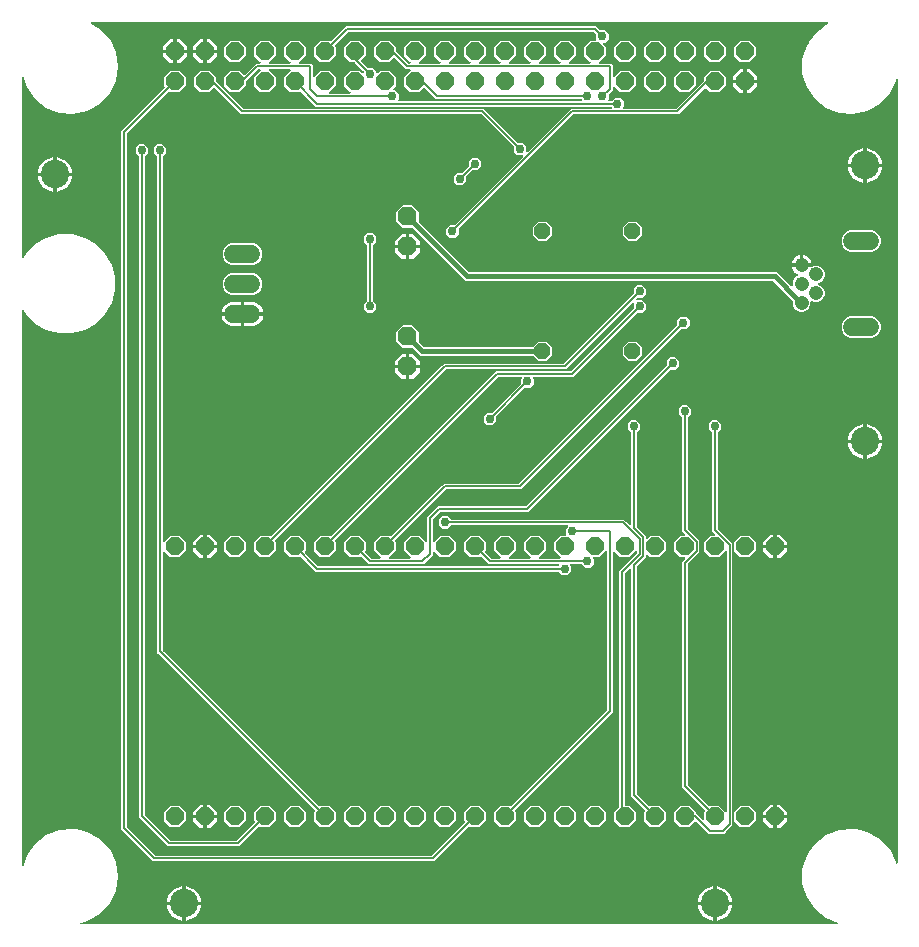
<source format=gbr>
G04 EAGLE Gerber RS-274X export*
G75*
%MOMM*%
%FSLAX34Y34*%
%LPD*%
%INBottom Copper*%
%IPPOS*%
%AMOC8*
5,1,8,0,0,1.08239X$1,22.5*%
G01*
%ADD10P,1.732040X8X292.500000*%
%ADD11C,1.524000*%
%ADD12P,1.649562X8X202.500000*%
%ADD13C,1.508000*%
%ADD14C,1.208000*%
%ADD15P,1.429621X8X202.500000*%
%ADD16C,2.400000*%
%ADD17P,1.632244X8X22.500000*%
%ADD18C,0.457200*%
%ADD19C,0.152400*%
%ADD20C,0.756400*%

G36*
X700852Y-91422D02*
X700852Y-91422D01*
X700956Y-91411D01*
X700973Y-91403D01*
X700992Y-91400D01*
X701084Y-91351D01*
X701179Y-91306D01*
X701193Y-91293D01*
X701209Y-91284D01*
X701281Y-91209D01*
X701357Y-91137D01*
X701366Y-91120D01*
X701379Y-91106D01*
X701423Y-91011D01*
X701471Y-90919D01*
X701474Y-90900D01*
X701482Y-90883D01*
X701494Y-90779D01*
X701510Y-90676D01*
X701507Y-90657D01*
X701509Y-90639D01*
X701487Y-90537D01*
X701470Y-90434D01*
X701461Y-90417D01*
X701457Y-90398D01*
X701404Y-90309D01*
X701354Y-90216D01*
X701341Y-90203D01*
X701331Y-90187D01*
X701252Y-90119D01*
X701176Y-90048D01*
X701155Y-90037D01*
X701144Y-90027D01*
X701114Y-90015D01*
X701027Y-89969D01*
X690884Y-85988D01*
X681415Y-78437D01*
X674592Y-68430D01*
X671022Y-56856D01*
X671022Y-44744D01*
X674592Y-33170D01*
X675575Y-31729D01*
X675575Y-31728D01*
X676613Y-30206D01*
X678170Y-27922D01*
X679208Y-26400D01*
X680246Y-24877D01*
X681415Y-23163D01*
X690884Y-15612D01*
X702158Y-11187D01*
X714236Y-10281D01*
X716194Y-10728D01*
X719529Y-11490D01*
X722865Y-12251D01*
X726045Y-12977D01*
X736534Y-19033D01*
X744772Y-27911D01*
X750027Y-38823D01*
X750125Y-39476D01*
X750146Y-39539D01*
X750157Y-39605D01*
X750183Y-39656D01*
X750201Y-39710D01*
X750240Y-39764D01*
X750272Y-39823D01*
X750313Y-39862D01*
X750347Y-39908D01*
X750402Y-39946D01*
X750450Y-39992D01*
X750502Y-40016D01*
X750549Y-40049D01*
X750613Y-40067D01*
X750673Y-40096D01*
X750730Y-40102D01*
X750785Y-40118D01*
X750851Y-40115D01*
X750917Y-40123D01*
X750973Y-40110D01*
X751030Y-40108D01*
X751093Y-40085D01*
X751158Y-40070D01*
X751207Y-40041D01*
X751260Y-40021D01*
X751312Y-39978D01*
X751369Y-39944D01*
X751406Y-39901D01*
X751450Y-39865D01*
X751485Y-39808D01*
X751529Y-39757D01*
X751550Y-39704D01*
X751580Y-39656D01*
X751596Y-39591D01*
X751621Y-39529D01*
X751630Y-39449D01*
X751637Y-39417D01*
X751636Y-39389D01*
X751639Y-39362D01*
X751639Y623562D01*
X751628Y623628D01*
X751628Y623695D01*
X751609Y623749D01*
X751600Y623805D01*
X751568Y623864D01*
X751546Y623927D01*
X751511Y623972D01*
X751484Y624023D01*
X751436Y624068D01*
X751395Y624121D01*
X751347Y624153D01*
X751306Y624192D01*
X751246Y624220D01*
X751190Y624257D01*
X751135Y624272D01*
X751083Y624296D01*
X751017Y624303D01*
X750952Y624320D01*
X750895Y624316D01*
X750839Y624323D01*
X750773Y624308D01*
X750707Y624304D01*
X750654Y624283D01*
X750598Y624270D01*
X750541Y624236D01*
X750479Y624211D01*
X750436Y624173D01*
X750387Y624144D01*
X750344Y624094D01*
X750293Y624050D01*
X750264Y624001D01*
X750227Y623957D01*
X750202Y623895D01*
X750168Y623838D01*
X750148Y623760D01*
X750135Y623729D01*
X750132Y623702D01*
X750125Y623676D01*
X750027Y623023D01*
X744772Y612111D01*
X736534Y603232D01*
X726045Y597177D01*
X714236Y594481D01*
X702158Y595387D01*
X690884Y599812D01*
X681415Y607363D01*
X674592Y617370D01*
X671022Y628944D01*
X671022Y641056D01*
X674592Y652630D01*
X675114Y653396D01*
X675115Y653396D01*
X675115Y653397D01*
X676152Y654919D01*
X676153Y654919D01*
X677710Y657203D01*
X678748Y658725D01*
X679786Y660248D01*
X681343Y662531D01*
X681343Y662532D01*
X681415Y662637D01*
X690884Y670188D01*
X692619Y670869D01*
X692709Y670923D01*
X692801Y670972D01*
X692814Y670985D01*
X692830Y670995D01*
X692899Y671074D01*
X692970Y671150D01*
X692978Y671167D01*
X692991Y671182D01*
X693030Y671278D01*
X693074Y671373D01*
X693076Y671392D01*
X693083Y671410D01*
X693090Y671514D01*
X693101Y671617D01*
X693097Y671636D01*
X693098Y671655D01*
X693071Y671756D01*
X693049Y671858D01*
X693039Y671874D01*
X693034Y671892D01*
X692976Y671979D01*
X692923Y672069D01*
X692908Y672081D01*
X692898Y672097D01*
X692815Y672161D01*
X692736Y672229D01*
X692718Y672236D01*
X692703Y672248D01*
X692605Y672282D01*
X692508Y672321D01*
X692484Y672323D01*
X692471Y672328D01*
X692439Y672328D01*
X692341Y672339D01*
X69324Y672339D01*
X69277Y672332D01*
X69229Y672333D01*
X69156Y672312D01*
X69081Y672300D01*
X69039Y672277D01*
X68993Y672263D01*
X68931Y672220D01*
X68864Y672184D01*
X68831Y672150D01*
X68792Y672122D01*
X68747Y672061D01*
X68695Y672006D01*
X68674Y671963D01*
X68646Y671924D01*
X68623Y671852D01*
X68591Y671783D01*
X68586Y671735D01*
X68571Y671690D01*
X68572Y671614D01*
X68564Y671539D01*
X68574Y671492D01*
X68575Y671444D01*
X68600Y671372D01*
X68616Y671298D01*
X68641Y671257D01*
X68657Y671212D01*
X68704Y671152D01*
X68742Y671087D01*
X68779Y671056D01*
X68808Y671018D01*
X68912Y670942D01*
X68929Y670927D01*
X68935Y670925D01*
X68943Y670919D01*
X76134Y666767D01*
X84372Y657889D01*
X89627Y646977D01*
X91432Y635000D01*
X89627Y623023D01*
X84372Y612111D01*
X76134Y603233D01*
X65645Y597177D01*
X53836Y594481D01*
X41758Y595387D01*
X30484Y599812D01*
X21015Y607363D01*
X14192Y617370D01*
X11649Y625612D01*
X11645Y625621D01*
X11643Y625631D01*
X11591Y625731D01*
X11540Y625833D01*
X11533Y625840D01*
X11528Y625848D01*
X11446Y625926D01*
X11366Y626006D01*
X11357Y626011D01*
X11350Y626018D01*
X11247Y626065D01*
X11145Y626116D01*
X11136Y626117D01*
X11127Y626121D01*
X11014Y626134D01*
X10902Y626149D01*
X10892Y626147D01*
X10883Y626148D01*
X10771Y626124D01*
X10660Y626103D01*
X10652Y626098D01*
X10642Y626096D01*
X10545Y626038D01*
X10446Y625982D01*
X10439Y625975D01*
X10431Y625970D01*
X10357Y625884D01*
X10281Y625799D01*
X10278Y625790D01*
X10271Y625783D01*
X10229Y625677D01*
X10184Y625574D01*
X10183Y625564D01*
X10179Y625555D01*
X10161Y625388D01*
X10161Y473722D01*
X10168Y473675D01*
X10167Y473627D01*
X10188Y473554D01*
X10200Y473480D01*
X10223Y473437D01*
X10237Y473391D01*
X10280Y473329D01*
X10316Y473262D01*
X10350Y473229D01*
X10378Y473190D01*
X10439Y473145D01*
X10494Y473093D01*
X10537Y473073D01*
X10576Y473044D01*
X10648Y473021D01*
X10717Y472989D01*
X10765Y472984D01*
X10810Y472969D01*
X10886Y472970D01*
X10961Y472962D01*
X11008Y472972D01*
X11056Y472973D01*
X11128Y472998D01*
X11202Y473014D01*
X11243Y473039D01*
X11288Y473055D01*
X11348Y473102D01*
X11413Y473140D01*
X11444Y473177D01*
X11482Y473207D01*
X11558Y473310D01*
X11573Y473327D01*
X11575Y473334D01*
X11581Y473342D01*
X13453Y476584D01*
X21256Y484387D01*
X30813Y489905D01*
X41472Y492761D01*
X52508Y492761D01*
X63167Y489905D01*
X72724Y484387D01*
X80527Y476584D01*
X86045Y467027D01*
X88901Y456368D01*
X88901Y445332D01*
X86045Y434673D01*
X80527Y425116D01*
X72724Y417313D01*
X63167Y411795D01*
X52508Y408939D01*
X41472Y408939D01*
X30813Y411795D01*
X21256Y417313D01*
X13453Y425116D01*
X11581Y428358D01*
X11551Y428395D01*
X11528Y428438D01*
X11474Y428490D01*
X11425Y428549D01*
X11385Y428574D01*
X11350Y428607D01*
X11281Y428639D01*
X11217Y428679D01*
X11170Y428691D01*
X11127Y428711D01*
X11052Y428719D01*
X10978Y428737D01*
X10930Y428733D01*
X10883Y428738D01*
X10808Y428722D01*
X10733Y428715D01*
X10689Y428696D01*
X10642Y428686D01*
X10577Y428647D01*
X10508Y428616D01*
X10472Y428584D01*
X10431Y428560D01*
X10382Y428502D01*
X10326Y428451D01*
X10302Y428409D01*
X10271Y428373D01*
X10243Y428302D01*
X10206Y428236D01*
X10197Y428189D01*
X10179Y428144D01*
X10165Y428016D01*
X10161Y427994D01*
X10162Y427988D01*
X10161Y427978D01*
X10161Y-41188D01*
X10162Y-41198D01*
X10161Y-41207D01*
X10182Y-41319D01*
X10200Y-41431D01*
X10205Y-41439D01*
X10207Y-41449D01*
X10263Y-41548D01*
X10316Y-41648D01*
X10323Y-41655D01*
X10327Y-41663D01*
X10412Y-41740D01*
X10494Y-41818D01*
X10503Y-41822D01*
X10510Y-41828D01*
X10614Y-41873D01*
X10717Y-41921D01*
X10727Y-41922D01*
X10736Y-41926D01*
X10849Y-41936D01*
X10961Y-41948D01*
X10971Y-41946D01*
X10981Y-41947D01*
X11091Y-41920D01*
X11202Y-41896D01*
X11210Y-41891D01*
X11220Y-41889D01*
X11316Y-41828D01*
X11413Y-41770D01*
X11419Y-41762D01*
X11428Y-41757D01*
X11499Y-41669D01*
X11573Y-41583D01*
X11576Y-41574D01*
X11583Y-41566D01*
X11649Y-41412D01*
X14192Y-33170D01*
X14656Y-32490D01*
X15175Y-31729D01*
X15175Y-31728D01*
X15694Y-30967D01*
X16213Y-30206D01*
X16732Y-29445D01*
X17251Y-28684D01*
X17251Y-28683D01*
X17770Y-27922D01*
X18289Y-27161D01*
X18808Y-26400D01*
X19327Y-25639D01*
X19327Y-25638D01*
X19846Y-24877D01*
X20365Y-24116D01*
X20884Y-23355D01*
X21015Y-23163D01*
X30484Y-15612D01*
X41758Y-11187D01*
X53836Y-10281D01*
X55794Y-10728D01*
X59129Y-11490D01*
X62465Y-12251D01*
X65645Y-12977D01*
X76134Y-19033D01*
X84372Y-27911D01*
X89627Y-38823D01*
X91432Y-50800D01*
X89627Y-62777D01*
X84372Y-73689D01*
X76134Y-82567D01*
X65645Y-88623D01*
X59894Y-89936D01*
X59859Y-89950D01*
X59821Y-89957D01*
X59745Y-89996D01*
X59666Y-90029D01*
X59637Y-90054D01*
X59603Y-90072D01*
X59545Y-90134D01*
X59480Y-90189D01*
X59460Y-90222D01*
X59434Y-90250D01*
X59398Y-90327D01*
X59355Y-90401D01*
X59347Y-90438D01*
X59330Y-90473D01*
X59321Y-90558D01*
X59303Y-90641D01*
X59308Y-90679D01*
X59303Y-90717D01*
X59321Y-90801D01*
X59331Y-90886D01*
X59347Y-90920D01*
X59356Y-90958D01*
X59399Y-91031D01*
X59436Y-91108D01*
X59462Y-91136D01*
X59482Y-91169D01*
X59547Y-91224D01*
X59606Y-91286D01*
X59639Y-91304D01*
X59669Y-91329D01*
X59748Y-91361D01*
X59823Y-91400D01*
X59861Y-91406D01*
X59897Y-91421D01*
X60064Y-91439D01*
X700749Y-91439D01*
X700852Y-91422D01*
G37*
%LPC*%
G36*
X372452Y489993D02*
X372452Y489993D01*
X369343Y493102D01*
X369343Y497498D01*
X372452Y500607D01*
X376407Y500607D01*
X376498Y500621D01*
X376588Y500629D01*
X376618Y500641D01*
X376650Y500646D01*
X376731Y500689D01*
X376815Y500725D01*
X376847Y500751D01*
X376868Y500762D01*
X376890Y500785D01*
X376946Y500830D01*
X434660Y558544D01*
X434702Y558602D01*
X434751Y558654D01*
X434773Y558701D01*
X434803Y558743D01*
X434824Y558812D01*
X434855Y558877D01*
X434860Y558929D01*
X434876Y558979D01*
X434874Y559050D01*
X434882Y559121D01*
X434871Y559172D01*
X434869Y559224D01*
X434845Y559292D01*
X434830Y559362D01*
X434803Y559407D01*
X434785Y559455D01*
X434740Y559511D01*
X434703Y559573D01*
X434664Y559607D01*
X434631Y559647D01*
X434571Y559686D01*
X434516Y559733D01*
X434468Y559752D01*
X434424Y559780D01*
X434355Y559798D01*
X434288Y559825D01*
X434217Y559833D01*
X434186Y559841D01*
X434162Y559839D01*
X434122Y559843D01*
X429602Y559843D01*
X426493Y562952D01*
X426493Y566907D01*
X426479Y566998D01*
X426471Y567088D01*
X426459Y567118D01*
X426454Y567150D01*
X426411Y567231D01*
X426375Y567315D01*
X426349Y567347D01*
X426338Y567368D01*
X426315Y567390D01*
X426270Y567446D01*
X399326Y594390D01*
X399252Y594443D01*
X399182Y594503D01*
X399152Y594515D01*
X399126Y594534D01*
X399039Y594561D01*
X398954Y594595D01*
X398913Y594599D01*
X398891Y594606D01*
X398859Y594605D01*
X398787Y594613D01*
X195903Y594613D01*
X173663Y616853D01*
X173646Y616865D01*
X173634Y616881D01*
X173547Y616937D01*
X173463Y616997D01*
X173444Y617003D01*
X173427Y617014D01*
X173327Y617039D01*
X173228Y617069D01*
X173208Y617069D01*
X173189Y617074D01*
X173086Y617066D01*
X172982Y617063D01*
X172963Y617056D01*
X172943Y617055D01*
X172848Y617014D01*
X172751Y616979D01*
X172735Y616966D01*
X172717Y616958D01*
X172586Y616853D01*
X168888Y613155D01*
X161312Y613155D01*
X155955Y618512D01*
X155955Y626088D01*
X161312Y631445D01*
X168888Y631445D01*
X174245Y626088D01*
X174245Y623055D01*
X174259Y622964D01*
X174267Y622874D01*
X174279Y622844D01*
X174284Y622812D01*
X174327Y622731D01*
X174363Y622647D01*
X174389Y622615D01*
X174400Y622594D01*
X174423Y622572D01*
X174468Y622516D01*
X197574Y599410D01*
X197648Y599357D01*
X197718Y599297D01*
X197748Y599285D01*
X197774Y599266D01*
X197861Y599239D01*
X197946Y599205D01*
X197987Y599201D01*
X198009Y599194D01*
X198041Y599195D01*
X198113Y599187D01*
X400997Y599187D01*
X429504Y570680D01*
X429578Y570627D01*
X429648Y570567D01*
X429678Y570555D01*
X429704Y570536D01*
X429791Y570509D01*
X429876Y570475D01*
X429917Y570471D01*
X429939Y570464D01*
X429971Y570465D01*
X430043Y570457D01*
X433998Y570457D01*
X437107Y567348D01*
X437107Y562828D01*
X437118Y562758D01*
X437120Y562686D01*
X437138Y562637D01*
X437146Y562586D01*
X437180Y562522D01*
X437205Y562455D01*
X437237Y562414D01*
X437262Y562368D01*
X437314Y562319D01*
X437358Y562263D01*
X437402Y562235D01*
X437440Y562199D01*
X437505Y562169D01*
X437565Y562130D01*
X437616Y562117D01*
X437663Y562095D01*
X437734Y562087D01*
X437804Y562070D01*
X437856Y562074D01*
X437907Y562068D01*
X437978Y562083D01*
X438049Y562089D01*
X438097Y562109D01*
X438148Y562120D01*
X438209Y562157D01*
X438275Y562185D01*
X438331Y562230D01*
X438359Y562247D01*
X438374Y562264D01*
X438406Y562290D01*
X473740Y597624D01*
X475303Y599187D01*
X509071Y599187D01*
X509141Y599198D01*
X509213Y599200D01*
X509262Y599218D01*
X509313Y599226D01*
X509377Y599260D01*
X509444Y599285D01*
X509485Y599317D01*
X509531Y599342D01*
X509580Y599393D01*
X509636Y599438D01*
X509664Y599482D01*
X509700Y599520D01*
X509730Y599585D01*
X509769Y599645D01*
X509782Y599696D01*
X509804Y599743D01*
X509812Y599814D01*
X509829Y599884D01*
X509825Y599936D01*
X509831Y599987D01*
X509816Y600058D01*
X509810Y600129D01*
X509790Y600177D01*
X509779Y600228D01*
X509742Y600289D01*
X509714Y600355D01*
X509669Y600411D01*
X509652Y600439D01*
X509635Y600454D01*
X509609Y600486D01*
X509355Y600740D01*
X509281Y600793D01*
X509211Y600853D01*
X509181Y600865D01*
X509155Y600884D01*
X509068Y600911D01*
X508983Y600945D01*
X508942Y600949D01*
X508920Y600956D01*
X508888Y600955D01*
X508817Y600963D01*
X259403Y600963D01*
X257840Y602526D01*
X246688Y613678D01*
X246671Y613690D01*
X246659Y613706D01*
X246572Y613762D01*
X246488Y613822D01*
X246469Y613828D01*
X246452Y613839D01*
X246352Y613864D01*
X246253Y613894D01*
X246233Y613894D01*
X246214Y613899D01*
X246111Y613891D01*
X246007Y613888D01*
X245988Y613881D01*
X245968Y613880D01*
X245873Y613839D01*
X245776Y613804D01*
X245760Y613791D01*
X245742Y613783D01*
X245611Y613678D01*
X245088Y613155D01*
X237512Y613155D01*
X232155Y618512D01*
X232155Y626088D01*
X237481Y631414D01*
X237523Y631472D01*
X237572Y631524D01*
X237594Y631571D01*
X237625Y631613D01*
X237646Y631682D01*
X237676Y631747D01*
X237682Y631799D01*
X237697Y631849D01*
X237695Y631920D01*
X237703Y631991D01*
X237692Y632042D01*
X237691Y632094D01*
X237666Y632162D01*
X237651Y632232D01*
X237624Y632277D01*
X237606Y632325D01*
X237561Y632381D01*
X237525Y632443D01*
X237485Y632477D01*
X237453Y632517D01*
X237392Y632556D01*
X237338Y632603D01*
X237289Y632622D01*
X237246Y632650D01*
X237176Y632668D01*
X237110Y632695D01*
X237038Y632703D01*
X237007Y632711D01*
X236984Y632709D01*
X236943Y632713D01*
X220257Y632713D01*
X220186Y632702D01*
X220115Y632700D01*
X220066Y632682D01*
X220014Y632674D01*
X219951Y632640D01*
X219884Y632615D01*
X219843Y632583D01*
X219797Y632558D01*
X219748Y632506D01*
X219692Y632462D01*
X219663Y632418D01*
X219628Y632380D01*
X219597Y632315D01*
X219559Y632255D01*
X219546Y632204D01*
X219524Y632157D01*
X219516Y632086D01*
X219499Y632016D01*
X219503Y631964D01*
X219497Y631913D01*
X219512Y631842D01*
X219518Y631771D01*
X219538Y631723D01*
X219549Y631672D01*
X219586Y631611D01*
X219614Y631545D01*
X219659Y631489D01*
X219675Y631461D01*
X219693Y631446D01*
X219719Y631414D01*
X225045Y626088D01*
X225045Y618512D01*
X219688Y613155D01*
X212112Y613155D01*
X206755Y618512D01*
X206755Y626088D01*
X212081Y631414D01*
X212123Y631472D01*
X212172Y631524D01*
X212194Y631571D01*
X212225Y631613D01*
X212246Y631682D01*
X212276Y631747D01*
X212282Y631799D01*
X212297Y631849D01*
X212295Y631920D01*
X212303Y631991D01*
X212292Y632042D01*
X212291Y632094D01*
X212266Y632162D01*
X212251Y632232D01*
X212224Y632277D01*
X212206Y632325D01*
X212161Y632381D01*
X212125Y632443D01*
X212085Y632477D01*
X212053Y632517D01*
X211992Y632556D01*
X211938Y632603D01*
X211889Y632622D01*
X211846Y632650D01*
X211776Y632668D01*
X211710Y632695D01*
X211638Y632703D01*
X211607Y632711D01*
X211584Y632709D01*
X211543Y632713D01*
X210813Y632713D01*
X210722Y632699D01*
X210632Y632691D01*
X210602Y632679D01*
X210570Y632674D01*
X210489Y632631D01*
X210405Y632595D01*
X210373Y632569D01*
X210352Y632558D01*
X210330Y632535D01*
X210274Y632490D01*
X199868Y622084D01*
X199815Y622010D01*
X199755Y621940D01*
X199743Y621910D01*
X199724Y621884D01*
X199697Y621797D01*
X199663Y621712D01*
X199659Y621671D01*
X199652Y621649D01*
X199653Y621617D01*
X199645Y621545D01*
X199645Y618512D01*
X194288Y613155D01*
X186712Y613155D01*
X181355Y618512D01*
X181355Y626088D01*
X186712Y631445D01*
X194288Y631445D01*
X197986Y627747D01*
X198002Y627735D01*
X198015Y627719D01*
X198102Y627663D01*
X198186Y627603D01*
X198205Y627597D01*
X198222Y627586D01*
X198322Y627561D01*
X198421Y627531D01*
X198441Y627531D01*
X198460Y627526D01*
X198563Y627534D01*
X198667Y627537D01*
X198686Y627544D01*
X198705Y627545D01*
X198800Y627586D01*
X198898Y627621D01*
X198913Y627634D01*
X198932Y627642D01*
X199063Y627747D01*
X208603Y637287D01*
X211543Y637287D01*
X211614Y637298D01*
X211685Y637300D01*
X211734Y637318D01*
X211786Y637326D01*
X211849Y637360D01*
X211916Y637385D01*
X211957Y637417D01*
X212003Y637442D01*
X212052Y637494D01*
X212108Y637538D01*
X212137Y637582D01*
X212172Y637620D01*
X212203Y637685D01*
X212241Y637745D01*
X212254Y637796D01*
X212276Y637843D01*
X212284Y637914D01*
X212301Y637984D01*
X212297Y638036D01*
X212303Y638087D01*
X212288Y638158D01*
X212282Y638229D01*
X212262Y638277D01*
X212251Y638328D01*
X212214Y638389D01*
X212186Y638455D01*
X212141Y638511D01*
X212125Y638539D01*
X212107Y638554D01*
X212081Y638586D01*
X206755Y643912D01*
X206755Y651488D01*
X212112Y656845D01*
X219688Y656845D01*
X225045Y651488D01*
X225045Y643912D01*
X219719Y638586D01*
X219677Y638528D01*
X219628Y638476D01*
X219606Y638429D01*
X219575Y638387D01*
X219554Y638318D01*
X219524Y638253D01*
X219518Y638201D01*
X219503Y638151D01*
X219505Y638080D01*
X219497Y638009D01*
X219508Y637958D01*
X219509Y637906D01*
X219534Y637838D01*
X219549Y637768D01*
X219576Y637723D01*
X219594Y637675D01*
X219639Y637619D01*
X219675Y637557D01*
X219715Y637523D01*
X219747Y637483D01*
X219808Y637444D01*
X219862Y637397D01*
X219911Y637378D01*
X219954Y637350D01*
X220024Y637332D01*
X220090Y637305D01*
X220162Y637297D01*
X220193Y637289D01*
X220216Y637291D01*
X220257Y637287D01*
X236943Y637287D01*
X237014Y637298D01*
X237085Y637300D01*
X237134Y637318D01*
X237186Y637326D01*
X237249Y637360D01*
X237316Y637385D01*
X237357Y637417D01*
X237403Y637442D01*
X237452Y637494D01*
X237508Y637538D01*
X237537Y637582D01*
X237572Y637620D01*
X237603Y637685D01*
X237641Y637745D01*
X237654Y637796D01*
X237676Y637843D01*
X237684Y637914D01*
X237701Y637984D01*
X237697Y638036D01*
X237703Y638087D01*
X237688Y638158D01*
X237682Y638229D01*
X237662Y638277D01*
X237651Y638328D01*
X237614Y638389D01*
X237586Y638455D01*
X237541Y638511D01*
X237525Y638539D01*
X237507Y638554D01*
X237481Y638586D01*
X232155Y643912D01*
X232155Y651488D01*
X237512Y656845D01*
X245088Y656845D01*
X250445Y651488D01*
X250445Y643912D01*
X245119Y638586D01*
X245077Y638528D01*
X245028Y638476D01*
X245006Y638429D01*
X244975Y638387D01*
X244954Y638318D01*
X244924Y638253D01*
X244918Y638201D01*
X244903Y638151D01*
X244905Y638080D01*
X244897Y638009D01*
X244908Y637958D01*
X244909Y637906D01*
X244934Y637838D01*
X244949Y637768D01*
X244976Y637723D01*
X244994Y637675D01*
X245039Y637619D01*
X245075Y637557D01*
X245115Y637523D01*
X245147Y637483D01*
X245208Y637444D01*
X245262Y637397D01*
X245311Y637378D01*
X245354Y637350D01*
X245424Y637332D01*
X245490Y637305D01*
X245562Y637297D01*
X245593Y637289D01*
X245616Y637291D01*
X245657Y637287D01*
X254947Y637287D01*
X256287Y635947D01*
X256287Y626657D01*
X256298Y626586D01*
X256300Y626515D01*
X256318Y626466D01*
X256326Y626414D01*
X256360Y626351D01*
X256385Y626284D01*
X256417Y626243D01*
X256442Y626197D01*
X256494Y626148D01*
X256538Y626092D01*
X256582Y626063D01*
X256620Y626028D01*
X256685Y625997D01*
X256745Y625959D01*
X256796Y625946D01*
X256843Y625924D01*
X256914Y625916D01*
X256984Y625899D01*
X257036Y625903D01*
X257087Y625897D01*
X257158Y625912D01*
X257229Y625918D01*
X257277Y625938D01*
X257328Y625949D01*
X257389Y625986D01*
X257455Y626014D01*
X257511Y626059D01*
X257539Y626075D01*
X257554Y626093D01*
X257586Y626119D01*
X262912Y631445D01*
X270488Y631445D01*
X275845Y626088D01*
X275845Y618512D01*
X270519Y613186D01*
X270477Y613128D01*
X270428Y613076D01*
X270406Y613029D01*
X270375Y612987D01*
X270354Y612918D01*
X270324Y612853D01*
X270318Y612801D01*
X270303Y612751D01*
X270305Y612680D01*
X270297Y612609D01*
X270308Y612558D01*
X270309Y612506D01*
X270334Y612438D01*
X270349Y612368D01*
X270376Y612323D01*
X270394Y612275D01*
X270439Y612219D01*
X270475Y612157D01*
X270515Y612123D01*
X270547Y612083D01*
X270608Y612044D01*
X270662Y611997D01*
X270711Y611978D01*
X270754Y611950D01*
X270824Y611932D01*
X270890Y611905D01*
X270962Y611897D01*
X270993Y611889D01*
X271016Y611891D01*
X271057Y611887D01*
X287743Y611887D01*
X287814Y611898D01*
X287885Y611900D01*
X287934Y611918D01*
X287986Y611926D01*
X288049Y611960D01*
X288116Y611985D01*
X288157Y612017D01*
X288203Y612042D01*
X288252Y612094D01*
X288308Y612138D01*
X288337Y612182D01*
X288372Y612220D01*
X288403Y612285D01*
X288441Y612345D01*
X288454Y612396D01*
X288476Y612443D01*
X288484Y612514D01*
X288501Y612584D01*
X288497Y612636D01*
X288503Y612687D01*
X288488Y612758D01*
X288482Y612829D01*
X288462Y612877D01*
X288451Y612928D01*
X288414Y612989D01*
X288386Y613055D01*
X288341Y613111D01*
X288325Y613139D01*
X288307Y613154D01*
X288281Y613186D01*
X282955Y618512D01*
X282955Y626088D01*
X288312Y631445D01*
X295888Y631445D01*
X298194Y629139D01*
X298252Y629097D01*
X298304Y629048D01*
X298351Y629026D01*
X298393Y628995D01*
X298462Y628974D01*
X298527Y628944D01*
X298579Y628938D01*
X298629Y628923D01*
X298700Y628925D01*
X298771Y628917D01*
X298822Y628928D01*
X298874Y628929D01*
X298942Y628954D01*
X299012Y628969D01*
X299057Y628996D01*
X299105Y629014D01*
X299161Y629059D01*
X299223Y629095D01*
X299257Y629135D01*
X299297Y629167D01*
X299336Y629228D01*
X299383Y629282D01*
X299402Y629331D01*
X299430Y629374D01*
X299448Y629444D01*
X299475Y629510D01*
X299483Y629582D01*
X299491Y629613D01*
X299489Y629636D01*
X299493Y629677D01*
X299493Y630407D01*
X299479Y630498D01*
X299471Y630588D01*
X299459Y630618D01*
X299454Y630650D01*
X299411Y630731D01*
X299375Y630815D01*
X299349Y630847D01*
X299338Y630868D01*
X299315Y630890D01*
X299270Y630946D01*
X291884Y638332D01*
X291810Y638385D01*
X291740Y638445D01*
X291710Y638457D01*
X291684Y638476D01*
X291597Y638503D01*
X291512Y638537D01*
X291471Y638541D01*
X291449Y638548D01*
X291417Y638547D01*
X291345Y638555D01*
X288312Y638555D01*
X282955Y643912D01*
X282955Y651488D01*
X288312Y656845D01*
X295888Y656845D01*
X301245Y651488D01*
X301245Y643912D01*
X297547Y640214D01*
X297535Y640198D01*
X297519Y640185D01*
X297463Y640098D01*
X297403Y640014D01*
X297397Y639995D01*
X297386Y639978D01*
X297361Y639878D01*
X297331Y639779D01*
X297331Y639759D01*
X297326Y639740D01*
X297334Y639637D01*
X297337Y639533D01*
X297344Y639514D01*
X297345Y639495D01*
X297386Y639400D01*
X297421Y639302D01*
X297434Y639287D01*
X297442Y639268D01*
X297547Y639137D01*
X302504Y634180D01*
X302578Y634127D01*
X302648Y634067D01*
X302678Y634055D01*
X302704Y634036D01*
X302791Y634009D01*
X302876Y633975D01*
X302917Y633971D01*
X302939Y633964D01*
X302971Y633965D01*
X303043Y633957D01*
X306998Y633957D01*
X310107Y630848D01*
X310107Y629677D01*
X310118Y629606D01*
X310120Y629535D01*
X310138Y629486D01*
X310146Y629434D01*
X310180Y629371D01*
X310205Y629304D01*
X310237Y629263D01*
X310262Y629217D01*
X310314Y629168D01*
X310358Y629112D01*
X310402Y629083D01*
X310440Y629048D01*
X310505Y629017D01*
X310565Y628979D01*
X310616Y628966D01*
X310663Y628944D01*
X310734Y628936D01*
X310804Y628919D01*
X310856Y628923D01*
X310907Y628917D01*
X310978Y628932D01*
X311049Y628938D01*
X311097Y628958D01*
X311148Y628969D01*
X311209Y629006D01*
X311275Y629034D01*
X311331Y629079D01*
X311359Y629095D01*
X311374Y629113D01*
X311406Y629139D01*
X313712Y631445D01*
X321288Y631445D01*
X326645Y626088D01*
X326645Y618512D01*
X324339Y616206D01*
X324297Y616148D01*
X324248Y616096D01*
X324226Y616049D01*
X324195Y616007D01*
X324174Y615938D01*
X324144Y615873D01*
X324138Y615821D01*
X324123Y615771D01*
X324125Y615700D01*
X324117Y615629D01*
X324128Y615578D01*
X324129Y615526D01*
X324154Y615458D01*
X324169Y615388D01*
X324196Y615343D01*
X324214Y615295D01*
X324259Y615239D01*
X324295Y615177D01*
X324335Y615143D01*
X324367Y615103D01*
X324428Y615064D01*
X324482Y615017D01*
X324531Y614998D01*
X324574Y614970D01*
X324644Y614952D01*
X324710Y614925D01*
X324782Y614917D01*
X324813Y614909D01*
X324836Y614911D01*
X324877Y614907D01*
X326048Y614907D01*
X329157Y611798D01*
X329157Y607402D01*
X328591Y606836D01*
X328549Y606778D01*
X328500Y606726D01*
X328478Y606679D01*
X328448Y606637D01*
X328426Y606568D01*
X328396Y606503D01*
X328391Y606451D01*
X328375Y606401D01*
X328377Y606330D01*
X328369Y606259D01*
X328380Y606208D01*
X328382Y606156D01*
X328406Y606088D01*
X328421Y606018D01*
X328448Y605973D01*
X328466Y605925D01*
X328511Y605869D01*
X328548Y605807D01*
X328587Y605773D01*
X328620Y605733D01*
X328680Y605694D01*
X328735Y605647D01*
X328783Y605628D01*
X328827Y605600D01*
X328896Y605582D01*
X328963Y605555D01*
X329034Y605547D01*
X329065Y605539D01*
X329088Y605541D01*
X329129Y605537D01*
X483671Y605537D01*
X483741Y605548D01*
X483813Y605550D01*
X483862Y605568D01*
X483913Y605576D01*
X483977Y605610D01*
X484044Y605635D01*
X484085Y605667D01*
X484131Y605692D01*
X484180Y605743D01*
X484236Y605788D01*
X484264Y605832D01*
X484300Y605870D01*
X484330Y605935D01*
X484369Y605995D01*
X484382Y606046D01*
X484404Y606093D01*
X484412Y606164D01*
X484429Y606234D01*
X484425Y606286D01*
X484431Y606337D01*
X484416Y606408D01*
X484410Y606479D01*
X484390Y606527D01*
X484379Y606578D01*
X484342Y606639D01*
X484314Y606705D01*
X484269Y606761D01*
X484252Y606789D01*
X484235Y606804D01*
X484209Y606836D01*
X483955Y607090D01*
X483881Y607143D01*
X483811Y607203D01*
X483781Y607215D01*
X483755Y607234D01*
X483668Y607261D01*
X483583Y607295D01*
X483542Y607299D01*
X483520Y607306D01*
X483488Y607305D01*
X483417Y607313D01*
X361003Y607313D01*
X351463Y616853D01*
X351446Y616865D01*
X351434Y616881D01*
X351347Y616937D01*
X351263Y616997D01*
X351244Y617003D01*
X351227Y617014D01*
X351127Y617039D01*
X351028Y617069D01*
X351008Y617069D01*
X350989Y617074D01*
X350886Y617066D01*
X350782Y617063D01*
X350763Y617056D01*
X350743Y617055D01*
X350648Y617014D01*
X350551Y616979D01*
X350535Y616966D01*
X350517Y616958D01*
X350386Y616853D01*
X346688Y613155D01*
X339112Y613155D01*
X333755Y618512D01*
X333755Y626088D01*
X339081Y631414D01*
X339123Y631472D01*
X339172Y631524D01*
X339194Y631571D01*
X339225Y631613D01*
X339246Y631682D01*
X339276Y631747D01*
X339282Y631799D01*
X339297Y631849D01*
X339295Y631920D01*
X339303Y631991D01*
X339292Y632042D01*
X339291Y632094D01*
X339266Y632162D01*
X339251Y632232D01*
X339224Y632277D01*
X339206Y632325D01*
X339161Y632381D01*
X339125Y632443D01*
X339085Y632477D01*
X339053Y632517D01*
X338992Y632556D01*
X338938Y632603D01*
X338889Y632622D01*
X338846Y632650D01*
X338776Y632668D01*
X338710Y632695D01*
X338638Y632703D01*
X338607Y632711D01*
X338584Y632709D01*
X338543Y632713D01*
X335603Y632713D01*
X326063Y642253D01*
X326046Y642265D01*
X326034Y642281D01*
X325947Y642337D01*
X325863Y642397D01*
X325844Y642403D01*
X325827Y642414D01*
X325727Y642439D01*
X325628Y642469D01*
X325608Y642469D01*
X325589Y642474D01*
X325486Y642466D01*
X325382Y642463D01*
X325363Y642456D01*
X325343Y642455D01*
X325248Y642414D01*
X325151Y642379D01*
X325135Y642366D01*
X325117Y642358D01*
X324986Y642253D01*
X321288Y638555D01*
X313712Y638555D01*
X308355Y643912D01*
X308355Y651488D01*
X313712Y656845D01*
X321288Y656845D01*
X326645Y651488D01*
X326645Y648455D01*
X326659Y648364D01*
X326667Y648274D01*
X326679Y648244D01*
X326684Y648212D01*
X326727Y648131D01*
X326763Y648047D01*
X326789Y648015D01*
X326800Y647994D01*
X326823Y647972D01*
X326868Y647916D01*
X337274Y637510D01*
X337348Y637457D01*
X337418Y637397D01*
X337448Y637385D01*
X337474Y637366D01*
X337561Y637339D01*
X337646Y637305D01*
X337687Y637301D01*
X337709Y637294D01*
X337741Y637295D01*
X337813Y637287D01*
X338543Y637287D01*
X338614Y637298D01*
X338685Y637300D01*
X338734Y637318D01*
X338786Y637326D01*
X338849Y637360D01*
X338916Y637385D01*
X338957Y637417D01*
X339003Y637442D01*
X339052Y637494D01*
X339108Y637538D01*
X339137Y637582D01*
X339172Y637620D01*
X339203Y637685D01*
X339241Y637745D01*
X339254Y637796D01*
X339276Y637843D01*
X339284Y637914D01*
X339301Y637984D01*
X339297Y638036D01*
X339303Y638087D01*
X339288Y638158D01*
X339282Y638229D01*
X339262Y638277D01*
X339251Y638328D01*
X339214Y638389D01*
X339186Y638455D01*
X339141Y638511D01*
X339125Y638539D01*
X339107Y638554D01*
X339081Y638586D01*
X333755Y643912D01*
X333755Y651488D01*
X339112Y656845D01*
X346688Y656845D01*
X352045Y651488D01*
X352045Y643912D01*
X346719Y638586D01*
X346677Y638528D01*
X346628Y638476D01*
X346606Y638429D01*
X346575Y638387D01*
X346554Y638318D01*
X346524Y638253D01*
X346518Y638201D01*
X346503Y638151D01*
X346505Y638080D01*
X346497Y638009D01*
X346508Y637958D01*
X346509Y637906D01*
X346534Y637838D01*
X346549Y637768D01*
X346576Y637723D01*
X346594Y637675D01*
X346639Y637619D01*
X346675Y637557D01*
X346715Y637523D01*
X346747Y637483D01*
X346808Y637444D01*
X346862Y637397D01*
X346911Y637378D01*
X346954Y637350D01*
X347024Y637332D01*
X347090Y637305D01*
X347162Y637297D01*
X347193Y637289D01*
X347216Y637291D01*
X347257Y637287D01*
X363943Y637287D01*
X364014Y637298D01*
X364085Y637300D01*
X364134Y637318D01*
X364186Y637326D01*
X364249Y637360D01*
X364316Y637385D01*
X364357Y637417D01*
X364403Y637442D01*
X364452Y637494D01*
X364508Y637538D01*
X364537Y637582D01*
X364572Y637620D01*
X364603Y637685D01*
X364641Y637745D01*
X364654Y637796D01*
X364676Y637843D01*
X364684Y637914D01*
X364701Y637984D01*
X364697Y638036D01*
X364703Y638087D01*
X364688Y638158D01*
X364682Y638229D01*
X364662Y638277D01*
X364651Y638328D01*
X364614Y638389D01*
X364586Y638455D01*
X364541Y638511D01*
X364525Y638539D01*
X364507Y638554D01*
X364481Y638586D01*
X359155Y643912D01*
X359155Y651488D01*
X364512Y656845D01*
X372088Y656845D01*
X377445Y651488D01*
X377445Y643912D01*
X372119Y638586D01*
X372077Y638528D01*
X372028Y638476D01*
X372006Y638429D01*
X371975Y638387D01*
X371954Y638318D01*
X371924Y638253D01*
X371918Y638201D01*
X371903Y638151D01*
X371905Y638080D01*
X371897Y638009D01*
X371908Y637958D01*
X371909Y637906D01*
X371934Y637838D01*
X371949Y637768D01*
X371976Y637723D01*
X371994Y637675D01*
X372039Y637619D01*
X372075Y637557D01*
X372115Y637523D01*
X372147Y637483D01*
X372208Y637444D01*
X372262Y637397D01*
X372311Y637378D01*
X372354Y637350D01*
X372424Y637332D01*
X372490Y637305D01*
X372562Y637297D01*
X372593Y637289D01*
X372616Y637291D01*
X372657Y637287D01*
X389343Y637287D01*
X389414Y637298D01*
X389485Y637300D01*
X389534Y637318D01*
X389586Y637326D01*
X389649Y637360D01*
X389716Y637385D01*
X389757Y637417D01*
X389803Y637442D01*
X389852Y637494D01*
X389908Y637538D01*
X389937Y637582D01*
X389972Y637620D01*
X390003Y637685D01*
X390041Y637745D01*
X390054Y637796D01*
X390076Y637843D01*
X390084Y637914D01*
X390101Y637984D01*
X390097Y638036D01*
X390103Y638087D01*
X390088Y638158D01*
X390082Y638229D01*
X390062Y638277D01*
X390051Y638328D01*
X390014Y638389D01*
X389986Y638455D01*
X389941Y638511D01*
X389925Y638539D01*
X389907Y638554D01*
X389881Y638586D01*
X384555Y643912D01*
X384555Y651488D01*
X389912Y656845D01*
X397488Y656845D01*
X402845Y651488D01*
X402845Y643912D01*
X397519Y638586D01*
X397477Y638528D01*
X397428Y638476D01*
X397406Y638429D01*
X397375Y638387D01*
X397354Y638318D01*
X397324Y638253D01*
X397318Y638201D01*
X397303Y638151D01*
X397305Y638080D01*
X397297Y638009D01*
X397308Y637958D01*
X397309Y637906D01*
X397334Y637838D01*
X397349Y637768D01*
X397376Y637723D01*
X397394Y637675D01*
X397439Y637619D01*
X397475Y637557D01*
X397515Y637523D01*
X397547Y637483D01*
X397608Y637444D01*
X397662Y637397D01*
X397711Y637378D01*
X397754Y637350D01*
X397824Y637332D01*
X397890Y637305D01*
X397962Y637297D01*
X397993Y637289D01*
X398016Y637291D01*
X398057Y637287D01*
X414743Y637287D01*
X414814Y637298D01*
X414885Y637300D01*
X414934Y637318D01*
X414986Y637326D01*
X415049Y637360D01*
X415116Y637385D01*
X415157Y637417D01*
X415203Y637442D01*
X415252Y637494D01*
X415308Y637538D01*
X415337Y637582D01*
X415372Y637620D01*
X415403Y637685D01*
X415441Y637745D01*
X415454Y637796D01*
X415476Y637843D01*
X415484Y637914D01*
X415501Y637984D01*
X415497Y638036D01*
X415503Y638087D01*
X415488Y638158D01*
X415482Y638229D01*
X415462Y638277D01*
X415451Y638328D01*
X415414Y638389D01*
X415386Y638455D01*
X415341Y638511D01*
X415325Y638539D01*
X415307Y638554D01*
X415281Y638586D01*
X409955Y643912D01*
X409955Y651488D01*
X415312Y656845D01*
X422888Y656845D01*
X428245Y651488D01*
X428245Y643912D01*
X422919Y638586D01*
X422877Y638528D01*
X422828Y638476D01*
X422806Y638429D01*
X422775Y638387D01*
X422754Y638318D01*
X422724Y638253D01*
X422718Y638201D01*
X422703Y638151D01*
X422705Y638080D01*
X422697Y638009D01*
X422708Y637958D01*
X422709Y637906D01*
X422734Y637838D01*
X422749Y637768D01*
X422776Y637723D01*
X422794Y637675D01*
X422839Y637619D01*
X422875Y637557D01*
X422915Y637523D01*
X422947Y637483D01*
X423008Y637444D01*
X423062Y637397D01*
X423111Y637378D01*
X423154Y637350D01*
X423224Y637332D01*
X423290Y637305D01*
X423362Y637297D01*
X423393Y637289D01*
X423416Y637291D01*
X423457Y637287D01*
X440143Y637287D01*
X440214Y637298D01*
X440285Y637300D01*
X440334Y637318D01*
X440386Y637326D01*
X440449Y637360D01*
X440516Y637385D01*
X440557Y637417D01*
X440603Y637442D01*
X440652Y637494D01*
X440708Y637538D01*
X440737Y637582D01*
X440772Y637620D01*
X440803Y637685D01*
X440841Y637745D01*
X440854Y637796D01*
X440876Y637843D01*
X440884Y637914D01*
X440901Y637984D01*
X440897Y638036D01*
X440903Y638087D01*
X440888Y638158D01*
X440882Y638229D01*
X440862Y638277D01*
X440851Y638328D01*
X440814Y638389D01*
X440786Y638455D01*
X440741Y638511D01*
X440725Y638539D01*
X440707Y638554D01*
X440681Y638586D01*
X435355Y643912D01*
X435355Y651488D01*
X440712Y656845D01*
X448288Y656845D01*
X453645Y651488D01*
X453645Y643912D01*
X448319Y638586D01*
X448277Y638528D01*
X448228Y638476D01*
X448206Y638429D01*
X448175Y638387D01*
X448154Y638318D01*
X448124Y638253D01*
X448118Y638201D01*
X448103Y638151D01*
X448105Y638080D01*
X448097Y638009D01*
X448108Y637958D01*
X448109Y637906D01*
X448134Y637838D01*
X448149Y637768D01*
X448176Y637723D01*
X448194Y637675D01*
X448239Y637619D01*
X448275Y637557D01*
X448315Y637523D01*
X448347Y637483D01*
X448408Y637444D01*
X448462Y637397D01*
X448511Y637378D01*
X448554Y637350D01*
X448624Y637332D01*
X448690Y637305D01*
X448762Y637297D01*
X448793Y637289D01*
X448816Y637291D01*
X448857Y637287D01*
X465543Y637287D01*
X465614Y637298D01*
X465685Y637300D01*
X465734Y637318D01*
X465786Y637326D01*
X465849Y637360D01*
X465916Y637385D01*
X465957Y637417D01*
X466003Y637442D01*
X466052Y637494D01*
X466108Y637538D01*
X466137Y637582D01*
X466172Y637620D01*
X466203Y637685D01*
X466241Y637745D01*
X466254Y637796D01*
X466276Y637843D01*
X466284Y637914D01*
X466301Y637984D01*
X466297Y638036D01*
X466303Y638087D01*
X466288Y638158D01*
X466282Y638229D01*
X466262Y638277D01*
X466251Y638328D01*
X466214Y638389D01*
X466186Y638455D01*
X466141Y638511D01*
X466125Y638539D01*
X466107Y638554D01*
X466081Y638586D01*
X460755Y643912D01*
X460755Y651488D01*
X466112Y656845D01*
X473688Y656845D01*
X479045Y651488D01*
X479045Y643912D01*
X473719Y638586D01*
X473677Y638528D01*
X473628Y638476D01*
X473606Y638429D01*
X473575Y638387D01*
X473554Y638318D01*
X473524Y638253D01*
X473518Y638201D01*
X473503Y638151D01*
X473505Y638080D01*
X473497Y638009D01*
X473508Y637958D01*
X473509Y637906D01*
X473534Y637838D01*
X473549Y637768D01*
X473576Y637723D01*
X473594Y637675D01*
X473639Y637619D01*
X473675Y637557D01*
X473715Y637523D01*
X473747Y637483D01*
X473808Y637444D01*
X473862Y637397D01*
X473911Y637378D01*
X473954Y637350D01*
X474024Y637332D01*
X474090Y637305D01*
X474162Y637297D01*
X474193Y637289D01*
X474216Y637291D01*
X474257Y637287D01*
X490943Y637287D01*
X491014Y637298D01*
X491085Y637300D01*
X491134Y637318D01*
X491186Y637326D01*
X491249Y637360D01*
X491316Y637385D01*
X491357Y637417D01*
X491403Y637442D01*
X491452Y637494D01*
X491508Y637538D01*
X491537Y637582D01*
X491572Y637620D01*
X491603Y637685D01*
X491641Y637745D01*
X491654Y637796D01*
X491676Y637843D01*
X491684Y637914D01*
X491701Y637984D01*
X491697Y638036D01*
X491703Y638087D01*
X491688Y638158D01*
X491682Y638229D01*
X491662Y638277D01*
X491651Y638328D01*
X491614Y638389D01*
X491586Y638455D01*
X491541Y638511D01*
X491525Y638539D01*
X491507Y638554D01*
X491481Y638586D01*
X486155Y643912D01*
X486155Y651488D01*
X491512Y656845D01*
X495863Y656845D01*
X495933Y656856D01*
X496005Y656858D01*
X496054Y656876D01*
X496105Y656884D01*
X496169Y656918D01*
X496236Y656943D01*
X496277Y656975D01*
X496323Y657000D01*
X496372Y657051D01*
X496428Y657096D01*
X496456Y657140D01*
X496492Y657178D01*
X496522Y657243D01*
X496561Y657303D01*
X496574Y657354D01*
X496596Y657401D01*
X496604Y657472D01*
X496621Y657542D01*
X496617Y657594D01*
X496623Y657645D01*
X496608Y657716D01*
X496602Y657787D01*
X496582Y657835D01*
X496571Y657886D01*
X496534Y657947D01*
X496506Y658013D01*
X496461Y658069D01*
X496444Y658097D01*
X496427Y658112D01*
X496421Y658119D01*
X496420Y658122D01*
X496418Y658123D01*
X496401Y658144D01*
X496343Y658202D01*
X496343Y662157D01*
X496329Y662248D01*
X496321Y662338D01*
X496309Y662368D01*
X496304Y662400D01*
X496261Y662481D01*
X496225Y662565D01*
X496199Y662597D01*
X496188Y662618D01*
X496165Y662640D01*
X496120Y662696D01*
X494576Y664240D01*
X494502Y664293D01*
X494432Y664353D01*
X494402Y664365D01*
X494376Y664384D01*
X494289Y664411D01*
X494204Y664445D01*
X494163Y664449D01*
X494141Y664456D01*
X494109Y664455D01*
X494037Y664463D01*
X287013Y664463D01*
X286922Y664449D01*
X286832Y664441D01*
X286802Y664429D01*
X286770Y664424D01*
X286689Y664381D01*
X286605Y664345D01*
X286573Y664319D01*
X286552Y664308D01*
X286530Y664285D01*
X286474Y664240D01*
X275322Y653088D01*
X275310Y653071D01*
X275294Y653059D01*
X275238Y652972D01*
X275178Y652888D01*
X275172Y652869D01*
X275161Y652852D01*
X275136Y652752D01*
X275106Y652653D01*
X275106Y652633D01*
X275101Y652614D01*
X275109Y652511D01*
X275112Y652407D01*
X275119Y652388D01*
X275120Y652368D01*
X275161Y652273D01*
X275196Y652176D01*
X275209Y652160D01*
X275217Y652142D01*
X275322Y652011D01*
X275845Y651488D01*
X275845Y643912D01*
X270488Y638555D01*
X262912Y638555D01*
X257555Y643912D01*
X257555Y651488D01*
X262912Y656845D01*
X270488Y656845D01*
X271011Y656322D01*
X271027Y656310D01*
X271040Y656294D01*
X271107Y656251D01*
X271145Y656219D01*
X271166Y656210D01*
X271211Y656178D01*
X271230Y656172D01*
X271247Y656161D01*
X271347Y656136D01*
X271359Y656132D01*
X271373Y656127D01*
X271380Y656126D01*
X271446Y656106D01*
X271466Y656106D01*
X271485Y656101D01*
X271588Y656109D01*
X271692Y656112D01*
X271711Y656119D01*
X271730Y656120D01*
X271791Y656146D01*
X271802Y656148D01*
X271827Y656162D01*
X271923Y656196D01*
X271938Y656209D01*
X271957Y656217D01*
X272006Y656256D01*
X272019Y656263D01*
X272034Y656278D01*
X272088Y656322D01*
X283240Y667474D01*
X284803Y669037D01*
X496247Y669037D01*
X499354Y665930D01*
X499428Y665877D01*
X499498Y665817D01*
X499528Y665805D01*
X499554Y665786D01*
X499641Y665759D01*
X499726Y665725D01*
X499767Y665721D01*
X499789Y665714D01*
X499821Y665715D01*
X499893Y665707D01*
X503848Y665707D01*
X506957Y662598D01*
X506957Y658202D01*
X503848Y655093D01*
X502677Y655093D01*
X502606Y655082D01*
X502535Y655080D01*
X502486Y655062D01*
X502434Y655054D01*
X502371Y655020D01*
X502304Y654995D01*
X502263Y654963D01*
X502217Y654938D01*
X502168Y654886D01*
X502112Y654842D01*
X502083Y654798D01*
X502048Y654760D01*
X502017Y654695D01*
X501979Y654635D01*
X501966Y654584D01*
X501944Y654537D01*
X501936Y654466D01*
X501919Y654396D01*
X501923Y654344D01*
X501917Y654293D01*
X501932Y654222D01*
X501938Y654151D01*
X501958Y654103D01*
X501969Y654052D01*
X502006Y653991D01*
X502034Y653925D01*
X502079Y653869D01*
X502095Y653841D01*
X502113Y653826D01*
X502139Y653794D01*
X504445Y651488D01*
X504445Y643912D01*
X499119Y638586D01*
X499077Y638528D01*
X499028Y638476D01*
X499006Y638429D01*
X498975Y638387D01*
X498954Y638318D01*
X498924Y638253D01*
X498918Y638201D01*
X498903Y638151D01*
X498905Y638080D01*
X498897Y638009D01*
X498908Y637958D01*
X498909Y637906D01*
X498934Y637838D01*
X498949Y637768D01*
X498976Y637723D01*
X498994Y637675D01*
X499039Y637619D01*
X499075Y637557D01*
X499115Y637523D01*
X499147Y637483D01*
X499208Y637444D01*
X499262Y637397D01*
X499311Y637378D01*
X499354Y637350D01*
X499424Y637332D01*
X499490Y637305D01*
X499562Y637297D01*
X499593Y637289D01*
X499616Y637291D01*
X499657Y637287D01*
X508947Y637287D01*
X510287Y635947D01*
X510287Y626657D01*
X510298Y626586D01*
X510300Y626515D01*
X510318Y626466D01*
X510326Y626414D01*
X510360Y626351D01*
X510385Y626284D01*
X510417Y626243D01*
X510442Y626197D01*
X510494Y626148D01*
X510538Y626092D01*
X510582Y626063D01*
X510620Y626028D01*
X510685Y625997D01*
X510745Y625959D01*
X510796Y625946D01*
X510843Y625924D01*
X510914Y625916D01*
X510984Y625899D01*
X511036Y625903D01*
X511087Y625897D01*
X511158Y625912D01*
X511229Y625918D01*
X511277Y625938D01*
X511328Y625949D01*
X511389Y625986D01*
X511455Y626014D01*
X511511Y626059D01*
X511539Y626075D01*
X511554Y626093D01*
X511586Y626119D01*
X516912Y631445D01*
X524488Y631445D01*
X529845Y626088D01*
X529845Y618512D01*
X524488Y613155D01*
X516912Y613155D01*
X511586Y618481D01*
X511528Y618523D01*
X511476Y618572D01*
X511429Y618594D01*
X511387Y618625D01*
X511318Y618646D01*
X511253Y618676D01*
X511201Y618682D01*
X511151Y618697D01*
X511080Y618695D01*
X511009Y618703D01*
X510958Y618692D01*
X510906Y618691D01*
X510838Y618666D01*
X510768Y618651D01*
X510723Y618624D01*
X510675Y618606D01*
X510619Y618561D01*
X510557Y618525D01*
X510523Y618485D01*
X510483Y618453D01*
X510444Y618392D01*
X510397Y618338D01*
X510378Y618289D01*
X510350Y618246D01*
X510332Y618176D01*
X510305Y618110D01*
X510297Y618038D01*
X510289Y618007D01*
X510291Y617984D01*
X510287Y617943D01*
X510287Y615003D01*
X507180Y611896D01*
X507127Y611822D01*
X507067Y611752D01*
X507055Y611722D01*
X507036Y611696D01*
X507009Y611609D01*
X506975Y611524D01*
X506971Y611483D01*
X506964Y611461D01*
X506965Y611429D01*
X506957Y611357D01*
X506957Y607402D01*
X506391Y606836D01*
X506349Y606778D01*
X506300Y606726D01*
X506278Y606679D01*
X506248Y606637D01*
X506226Y606568D01*
X506196Y606503D01*
X506191Y606451D01*
X506175Y606401D01*
X506177Y606330D01*
X506169Y606259D01*
X506180Y606208D01*
X506182Y606156D01*
X506206Y606088D01*
X506221Y606018D01*
X506248Y605973D01*
X506266Y605925D01*
X506311Y605869D01*
X506348Y605807D01*
X506387Y605773D01*
X506420Y605733D01*
X506480Y605694D01*
X506535Y605647D01*
X506583Y605628D01*
X506627Y605600D01*
X506696Y605582D01*
X506763Y605555D01*
X506834Y605547D01*
X506865Y605539D01*
X506888Y605541D01*
X506929Y605537D01*
X508817Y605537D01*
X508907Y605551D01*
X508998Y605559D01*
X509027Y605571D01*
X509059Y605576D01*
X509140Y605619D01*
X509224Y605655D01*
X509256Y605681D01*
X509277Y605692D01*
X509299Y605715D01*
X509355Y605760D01*
X512152Y608557D01*
X516548Y608557D01*
X519657Y605448D01*
X519657Y601052D01*
X519091Y600486D01*
X519049Y600428D01*
X519000Y600376D01*
X518978Y600329D01*
X518948Y600287D01*
X518926Y600218D01*
X518896Y600153D01*
X518891Y600101D01*
X518875Y600051D01*
X518877Y599980D01*
X518869Y599909D01*
X518880Y599858D01*
X518882Y599806D01*
X518906Y599738D01*
X518921Y599668D01*
X518948Y599623D01*
X518966Y599575D01*
X519011Y599519D01*
X519048Y599457D01*
X519087Y599423D01*
X519120Y599383D01*
X519180Y599344D01*
X519235Y599297D01*
X519283Y599278D01*
X519327Y599250D01*
X519396Y599232D01*
X519463Y599205D01*
X519534Y599197D01*
X519565Y599189D01*
X519588Y599191D01*
X519629Y599187D01*
X563887Y599187D01*
X563978Y599201D01*
X564068Y599209D01*
X564098Y599221D01*
X564130Y599226D01*
X564211Y599269D01*
X564295Y599305D01*
X564327Y599331D01*
X564348Y599342D01*
X564370Y599365D01*
X564426Y599410D01*
X587532Y622516D01*
X587585Y622590D01*
X587645Y622660D01*
X587657Y622690D01*
X587676Y622716D01*
X587703Y622803D01*
X587737Y622888D01*
X587741Y622929D01*
X587748Y622951D01*
X587747Y622983D01*
X587755Y623054D01*
X587755Y626088D01*
X593112Y631445D01*
X600688Y631445D01*
X606045Y626088D01*
X606045Y618512D01*
X600688Y613155D01*
X593112Y613155D01*
X589414Y616853D01*
X589398Y616865D01*
X589385Y616881D01*
X589298Y616937D01*
X589214Y616997D01*
X589195Y617003D01*
X589178Y617014D01*
X589078Y617039D01*
X588979Y617069D01*
X588959Y617069D01*
X588940Y617074D01*
X588837Y617066D01*
X588733Y617063D01*
X588714Y617056D01*
X588695Y617055D01*
X588600Y617014D01*
X588502Y616979D01*
X588487Y616966D01*
X588468Y616958D01*
X588337Y616853D01*
X566097Y594613D01*
X477513Y594613D01*
X477422Y594599D01*
X477332Y594591D01*
X477302Y594579D01*
X477270Y594574D01*
X477189Y594531D01*
X477105Y594495D01*
X477073Y594469D01*
X477052Y594458D01*
X477030Y594435D01*
X476974Y594390D01*
X380180Y497596D01*
X380127Y497522D01*
X380067Y497452D01*
X380055Y497422D01*
X380036Y497396D01*
X380009Y497309D01*
X379975Y497224D01*
X379971Y497183D01*
X379964Y497161D01*
X379965Y497129D01*
X379957Y497057D01*
X379957Y493102D01*
X376848Y489993D01*
X372452Y489993D01*
G37*
%LPD*%
%LPC*%
G36*
X415345Y-9065D02*
X415345Y-9065D01*
X410035Y-3755D01*
X410035Y3755D01*
X415345Y9065D01*
X422855Y9065D01*
X423354Y8565D01*
X423371Y8553D01*
X423383Y8538D01*
X423470Y8482D01*
X423554Y8421D01*
X423573Y8416D01*
X423590Y8405D01*
X423690Y8379D01*
X423789Y8349D01*
X423809Y8350D01*
X423829Y8345D01*
X423932Y8353D01*
X424035Y8355D01*
X424054Y8362D01*
X424074Y8364D01*
X424169Y8404D01*
X424266Y8440D01*
X424282Y8452D01*
X424300Y8460D01*
X424431Y8565D01*
X505490Y89624D01*
X505543Y89698D01*
X505603Y89768D01*
X505615Y89798D01*
X505634Y89824D01*
X505661Y89911D01*
X505695Y89996D01*
X505699Y90037D01*
X505706Y90059D01*
X505705Y90091D01*
X505713Y90163D01*
X505713Y224356D01*
X505702Y224427D01*
X505700Y224498D01*
X505682Y224547D01*
X505674Y224599D01*
X505640Y224662D01*
X505615Y224729D01*
X505583Y224770D01*
X505558Y224816D01*
X505506Y224865D01*
X505462Y224921D01*
X505418Y224950D01*
X505380Y224986D01*
X505315Y225016D01*
X505255Y225054D01*
X505204Y225067D01*
X505157Y225089D01*
X505086Y225097D01*
X505016Y225115D01*
X504964Y225110D01*
X504913Y225116D01*
X504842Y225101D01*
X504771Y225095D01*
X504723Y225075D01*
X504672Y225064D01*
X504611Y225027D01*
X504545Y224999D01*
X504489Y224954D01*
X504461Y224938D01*
X504446Y224920D01*
X504414Y224894D01*
X499055Y219535D01*
X494657Y219535D01*
X494587Y219524D01*
X494515Y219522D01*
X494466Y219504D01*
X494415Y219496D01*
X494351Y219462D01*
X494284Y219437D01*
X494243Y219405D01*
X494197Y219380D01*
X494148Y219329D01*
X494092Y219284D01*
X494064Y219240D01*
X494028Y219202D01*
X493998Y219137D01*
X493959Y219077D01*
X493946Y219026D01*
X493924Y218979D01*
X493916Y218908D01*
X493899Y218838D01*
X493903Y218786D01*
X493897Y218735D01*
X493912Y218664D01*
X493918Y218593D01*
X493938Y218545D01*
X493949Y218494D01*
X493986Y218433D01*
X494014Y218367D01*
X494059Y218311D01*
X494076Y218283D01*
X494093Y218268D01*
X494119Y218236D01*
X494257Y218098D01*
X494257Y213702D01*
X491148Y210593D01*
X486752Y210593D01*
X483955Y213390D01*
X483881Y213443D01*
X483811Y213503D01*
X483781Y213515D01*
X483755Y213534D01*
X483668Y213561D01*
X483583Y213595D01*
X483542Y213599D01*
X483520Y213606D01*
X483488Y213605D01*
X483417Y213613D01*
X475179Y213613D01*
X475109Y213602D01*
X475037Y213600D01*
X474988Y213582D01*
X474937Y213574D01*
X474873Y213540D01*
X474806Y213515D01*
X474765Y213483D01*
X474719Y213458D01*
X474670Y213406D01*
X474614Y213362D01*
X474586Y213318D01*
X474550Y213280D01*
X474520Y213215D01*
X474481Y213155D01*
X474468Y213104D01*
X474446Y213057D01*
X474438Y212986D01*
X474421Y212916D01*
X474425Y212864D01*
X474419Y212813D01*
X474434Y212742D01*
X474440Y212671D01*
X474460Y212623D01*
X474471Y212572D01*
X474508Y212511D01*
X474536Y212445D01*
X474581Y212389D01*
X474598Y212361D01*
X474615Y212346D01*
X474641Y212314D01*
X475207Y211748D01*
X475207Y207352D01*
X472098Y204243D01*
X467702Y204243D01*
X464905Y207040D01*
X464831Y207093D01*
X464761Y207153D01*
X464731Y207165D01*
X464705Y207184D01*
X464618Y207211D01*
X464533Y207245D01*
X464492Y207249D01*
X464470Y207256D01*
X464438Y207255D01*
X464367Y207263D01*
X259403Y207263D01*
X257840Y208826D01*
X246631Y220035D01*
X246615Y220047D01*
X246602Y220062D01*
X246515Y220118D01*
X246431Y220179D01*
X246412Y220184D01*
X246395Y220195D01*
X246295Y220221D01*
X246196Y220251D01*
X246176Y220250D01*
X246157Y220255D01*
X246054Y220247D01*
X245950Y220245D01*
X245932Y220238D01*
X245912Y220236D01*
X245817Y220196D01*
X245719Y220160D01*
X245704Y220148D01*
X245685Y220140D01*
X245554Y220035D01*
X245055Y219535D01*
X237545Y219535D01*
X232235Y224845D01*
X232235Y232355D01*
X237545Y237665D01*
X245055Y237665D01*
X250365Y232355D01*
X250365Y224845D01*
X249865Y224346D01*
X249853Y224329D01*
X249838Y224317D01*
X249782Y224230D01*
X249721Y224146D01*
X249716Y224127D01*
X249705Y224110D01*
X249679Y224010D01*
X249649Y223911D01*
X249650Y223891D01*
X249645Y223871D01*
X249653Y223768D01*
X249655Y223665D01*
X249662Y223646D01*
X249664Y223626D01*
X249704Y223531D01*
X249740Y223434D01*
X249752Y223418D01*
X249760Y223400D01*
X249865Y223269D01*
X261074Y212060D01*
X261148Y212007D01*
X261218Y211947D01*
X261248Y211935D01*
X261274Y211916D01*
X261361Y211889D01*
X261446Y211855D01*
X261487Y211851D01*
X261509Y211844D01*
X261541Y211845D01*
X261613Y211837D01*
X464367Y211837D01*
X464456Y211851D01*
X464547Y211859D01*
X464577Y211871D01*
X464609Y211876D01*
X464690Y211919D01*
X464774Y211955D01*
X464806Y211981D01*
X464827Y211992D01*
X464849Y212015D01*
X464905Y212060D01*
X465159Y212314D01*
X465201Y212372D01*
X465250Y212424D01*
X465272Y212471D01*
X465302Y212513D01*
X465324Y212582D01*
X465354Y212647D01*
X465359Y212699D01*
X465375Y212749D01*
X465373Y212820D01*
X465381Y212891D01*
X465370Y212942D01*
X465368Y212994D01*
X465344Y213062D01*
X465329Y213132D01*
X465302Y213177D01*
X465284Y213225D01*
X465239Y213281D01*
X465202Y213343D01*
X465163Y213377D01*
X465130Y213417D01*
X465070Y213456D01*
X465015Y213503D01*
X464967Y213522D01*
X464923Y213550D01*
X464854Y213568D01*
X464787Y213595D01*
X464716Y213603D01*
X464685Y213611D01*
X464662Y213609D01*
X464621Y213613D01*
X405453Y213613D01*
X403890Y215176D01*
X399031Y220035D01*
X399015Y220047D01*
X399002Y220062D01*
X398915Y220118D01*
X398831Y220179D01*
X398812Y220184D01*
X398795Y220195D01*
X398695Y220221D01*
X398596Y220251D01*
X398576Y220250D01*
X398557Y220255D01*
X398454Y220247D01*
X398350Y220245D01*
X398332Y220238D01*
X398312Y220236D01*
X398217Y220196D01*
X398119Y220160D01*
X398104Y220148D01*
X398085Y220140D01*
X397954Y220035D01*
X397455Y219535D01*
X389945Y219535D01*
X384635Y224845D01*
X384635Y232355D01*
X389945Y237665D01*
X397455Y237665D01*
X402765Y232355D01*
X402765Y224845D01*
X402265Y224346D01*
X402253Y224329D01*
X402238Y224317D01*
X402182Y224230D01*
X402121Y224146D01*
X402116Y224127D01*
X402105Y224110D01*
X402079Y224010D01*
X402049Y223911D01*
X402050Y223891D01*
X402045Y223871D01*
X402053Y223768D01*
X402055Y223665D01*
X402062Y223646D01*
X402064Y223626D01*
X402104Y223531D01*
X402140Y223434D01*
X402152Y223418D01*
X402160Y223400D01*
X402265Y223269D01*
X407124Y218410D01*
X407198Y218357D01*
X407268Y218297D01*
X407298Y218285D01*
X407324Y218266D01*
X407411Y218239D01*
X407496Y218205D01*
X407537Y218201D01*
X407559Y218194D01*
X407591Y218195D01*
X407663Y218187D01*
X414856Y218187D01*
X414927Y218198D01*
X414998Y218200D01*
X415047Y218218D01*
X415099Y218226D01*
X415162Y218260D01*
X415229Y218285D01*
X415270Y218317D01*
X415316Y218342D01*
X415365Y218394D01*
X415421Y218438D01*
X415450Y218482D01*
X415486Y218520D01*
X415516Y218585D01*
X415554Y218645D01*
X415567Y218696D01*
X415589Y218743D01*
X415597Y218814D01*
X415615Y218884D01*
X415610Y218936D01*
X415616Y218987D01*
X415601Y219058D01*
X415595Y219129D01*
X415575Y219177D01*
X415564Y219228D01*
X415527Y219289D01*
X415499Y219355D01*
X415454Y219411D01*
X415438Y219439D01*
X415420Y219454D01*
X415394Y219486D01*
X410035Y224845D01*
X410035Y232355D01*
X415345Y237665D01*
X422855Y237665D01*
X428165Y232355D01*
X428165Y224845D01*
X422806Y219486D01*
X422764Y219428D01*
X422714Y219376D01*
X422693Y219329D01*
X422662Y219287D01*
X422641Y219218D01*
X422611Y219153D01*
X422605Y219101D01*
X422590Y219051D01*
X422592Y218980D01*
X422584Y218909D01*
X422595Y218858D01*
X422596Y218806D01*
X422621Y218738D01*
X422636Y218668D01*
X422663Y218623D01*
X422681Y218575D01*
X422725Y218519D01*
X422762Y218457D01*
X422802Y218423D01*
X422834Y218383D01*
X422895Y218344D01*
X422949Y218297D01*
X422997Y218278D01*
X423041Y218250D01*
X423111Y218232D01*
X423177Y218205D01*
X423249Y218197D01*
X423280Y218189D01*
X423303Y218191D01*
X423344Y218187D01*
X440256Y218187D01*
X440327Y218198D01*
X440398Y218200D01*
X440447Y218218D01*
X440499Y218226D01*
X440562Y218260D01*
X440629Y218285D01*
X440670Y218317D01*
X440716Y218342D01*
X440765Y218394D01*
X440821Y218438D01*
X440850Y218482D01*
X440886Y218520D01*
X440916Y218585D01*
X440954Y218645D01*
X440967Y218696D01*
X440989Y218743D01*
X440997Y218814D01*
X441015Y218884D01*
X441010Y218936D01*
X441016Y218987D01*
X441001Y219058D01*
X440995Y219129D01*
X440975Y219177D01*
X440964Y219228D01*
X440927Y219289D01*
X440899Y219355D01*
X440854Y219411D01*
X440838Y219439D01*
X440820Y219454D01*
X440794Y219486D01*
X435435Y224845D01*
X435435Y232355D01*
X440745Y237665D01*
X448255Y237665D01*
X453565Y232355D01*
X453565Y224845D01*
X448206Y219486D01*
X448164Y219428D01*
X448114Y219376D01*
X448093Y219329D01*
X448062Y219287D01*
X448041Y219218D01*
X448011Y219153D01*
X448005Y219101D01*
X447990Y219051D01*
X447992Y218980D01*
X447984Y218909D01*
X447995Y218858D01*
X447996Y218806D01*
X448021Y218738D01*
X448036Y218668D01*
X448063Y218623D01*
X448081Y218575D01*
X448125Y218519D01*
X448162Y218457D01*
X448202Y218423D01*
X448234Y218383D01*
X448295Y218344D01*
X448349Y218297D01*
X448397Y218278D01*
X448441Y218250D01*
X448511Y218232D01*
X448577Y218205D01*
X448649Y218197D01*
X448680Y218189D01*
X448703Y218191D01*
X448744Y218187D01*
X465656Y218187D01*
X465727Y218198D01*
X465798Y218200D01*
X465847Y218218D01*
X465899Y218226D01*
X465962Y218260D01*
X466029Y218285D01*
X466070Y218317D01*
X466116Y218342D01*
X466165Y218394D01*
X466221Y218438D01*
X466250Y218482D01*
X466286Y218520D01*
X466316Y218585D01*
X466354Y218645D01*
X466367Y218696D01*
X466389Y218743D01*
X466397Y218814D01*
X466415Y218884D01*
X466410Y218936D01*
X466416Y218987D01*
X466401Y219058D01*
X466395Y219129D01*
X466375Y219177D01*
X466364Y219228D01*
X466327Y219289D01*
X466299Y219355D01*
X466254Y219411D01*
X466238Y219439D01*
X466220Y219454D01*
X466194Y219486D01*
X460835Y224845D01*
X460835Y232355D01*
X466145Y237665D01*
X470543Y237665D01*
X470613Y237676D01*
X470685Y237678D01*
X470734Y237696D01*
X470785Y237704D01*
X470849Y237738D01*
X470916Y237763D01*
X470957Y237795D01*
X471003Y237820D01*
X471052Y237871D01*
X471108Y237916D01*
X471136Y237960D01*
X471172Y237998D01*
X471202Y238063D01*
X471241Y238123D01*
X471254Y238174D01*
X471276Y238221D01*
X471284Y238292D01*
X471301Y238362D01*
X471297Y238414D01*
X471303Y238465D01*
X471288Y238536D01*
X471282Y238607D01*
X471262Y238655D01*
X471251Y238706D01*
X471214Y238767D01*
X471186Y238833D01*
X471141Y238889D01*
X471124Y238917D01*
X471107Y238932D01*
X471081Y238964D01*
X470943Y239102D01*
X470943Y243498D01*
X472779Y245334D01*
X472821Y245392D01*
X472870Y245444D01*
X472892Y245491D01*
X472922Y245533D01*
X472944Y245602D01*
X472974Y245667D01*
X472979Y245719D01*
X472995Y245769D01*
X472993Y245840D01*
X473001Y245911D01*
X472990Y245962D01*
X472988Y246014D01*
X472964Y246082D01*
X472949Y246152D01*
X472922Y246197D01*
X472904Y246245D01*
X472859Y246301D01*
X472822Y246363D01*
X472783Y246397D01*
X472750Y246437D01*
X472690Y246476D01*
X472635Y246523D01*
X472587Y246542D01*
X472543Y246570D01*
X472474Y246588D01*
X472407Y246615D01*
X472336Y246623D01*
X472305Y246631D01*
X472282Y246629D01*
X472241Y246633D01*
X373833Y246633D01*
X373743Y246619D01*
X373652Y246611D01*
X373623Y246599D01*
X373591Y246594D01*
X373510Y246551D01*
X373426Y246515D01*
X373394Y246489D01*
X373373Y246478D01*
X373351Y246455D01*
X373295Y246410D01*
X370498Y243613D01*
X366102Y243613D01*
X362993Y246722D01*
X362993Y251118D01*
X366102Y254227D01*
X370498Y254227D01*
X373295Y251430D01*
X373369Y251377D01*
X373439Y251317D01*
X373469Y251305D01*
X373495Y251286D01*
X373582Y251259D01*
X373667Y251225D01*
X373708Y251221D01*
X373730Y251214D01*
X373762Y251215D01*
X373833Y251207D01*
X520303Y251207D01*
X521866Y249644D01*
X524734Y246776D01*
X524792Y246734D01*
X524844Y246685D01*
X524863Y246676D01*
X524875Y246666D01*
X524902Y246655D01*
X524933Y246633D01*
X525002Y246612D01*
X525067Y246581D01*
X525092Y246579D01*
X525103Y246574D01*
X525135Y246571D01*
X525169Y246560D01*
X525217Y246562D01*
X525270Y246556D01*
X525272Y246556D01*
X525283Y246557D01*
X525311Y246554D01*
X525362Y246565D01*
X525414Y246567D01*
X525476Y246589D01*
X525515Y246596D01*
X525524Y246601D01*
X525552Y246607D01*
X525597Y246633D01*
X525645Y246651D01*
X525695Y246691D01*
X525732Y246711D01*
X525740Y246719D01*
X525763Y246733D01*
X525797Y246772D01*
X525837Y246805D01*
X525871Y246856D01*
X525902Y246889D01*
X525907Y246902D01*
X525923Y246920D01*
X525942Y246968D01*
X525970Y247012D01*
X525985Y247068D01*
X526005Y247112D01*
X526007Y247128D01*
X526015Y247148D01*
X526023Y247219D01*
X526031Y247250D01*
X526029Y247274D01*
X526033Y247315D01*
X526033Y324667D01*
X526019Y324757D01*
X526011Y324848D01*
X525999Y324877D01*
X525994Y324909D01*
X525951Y324990D01*
X525915Y325074D01*
X525889Y325106D01*
X525878Y325127D01*
X525855Y325149D01*
X525810Y325205D01*
X523013Y328002D01*
X523013Y332398D01*
X526122Y335507D01*
X530518Y335507D01*
X533627Y332398D01*
X533627Y328002D01*
X530830Y325205D01*
X530777Y325131D01*
X530717Y325061D01*
X530705Y325031D01*
X530686Y325005D01*
X530659Y324918D01*
X530625Y324833D01*
X530621Y324792D01*
X530614Y324770D01*
X530615Y324738D01*
X530607Y324667D01*
X530607Y245529D01*
X530621Y245439D01*
X530629Y245348D01*
X530641Y245318D01*
X530646Y245286D01*
X530689Y245206D01*
X530725Y245122D01*
X530751Y245090D01*
X530762Y245069D01*
X530785Y245047D01*
X530830Y244991D01*
X538401Y237420D01*
X538401Y235558D01*
X538412Y235487D01*
X538414Y235416D01*
X538432Y235367D01*
X538440Y235315D01*
X538474Y235252D01*
X538499Y235185D01*
X538531Y235144D01*
X538556Y235098D01*
X538608Y235049D01*
X538652Y234993D01*
X538696Y234964D01*
X538734Y234928D01*
X538799Y234898D01*
X538859Y234860D01*
X538910Y234847D01*
X538957Y234825D01*
X539028Y234817D01*
X539098Y234799D01*
X539150Y234804D01*
X539201Y234798D01*
X539272Y234813D01*
X539343Y234819D01*
X539391Y234839D01*
X539442Y234850D01*
X539503Y234887D01*
X539569Y234915D01*
X539625Y234960D01*
X539653Y234976D01*
X539668Y234994D01*
X539700Y235020D01*
X542345Y237665D01*
X549855Y237665D01*
X555165Y232355D01*
X555165Y224845D01*
X549855Y219535D01*
X542345Y219535D01*
X539700Y222180D01*
X539642Y222222D01*
X539590Y222272D01*
X539543Y222293D01*
X539501Y222324D01*
X539432Y222345D01*
X539367Y222375D01*
X539315Y222381D01*
X539265Y222396D01*
X539194Y222394D01*
X539123Y222402D01*
X539072Y222391D01*
X539020Y222390D01*
X538952Y222365D01*
X538882Y222350D01*
X538837Y222323D01*
X538789Y222305D01*
X538733Y222261D01*
X538671Y222224D01*
X538637Y222184D01*
X538597Y222152D01*
X538558Y222091D01*
X538511Y222037D01*
X538492Y221989D01*
X538464Y221945D01*
X538446Y221875D01*
X538419Y221809D01*
X538411Y221737D01*
X538403Y221706D01*
X538405Y221683D01*
X538401Y221642D01*
X538401Y219780D01*
X530830Y212209D01*
X530777Y212135D01*
X530717Y212066D01*
X530705Y212036D01*
X530686Y212009D01*
X530659Y211922D01*
X530625Y211838D01*
X530621Y211797D01*
X530614Y211774D01*
X530615Y211742D01*
X530607Y211671D01*
X530607Y19042D01*
X530621Y18952D01*
X530629Y18861D01*
X530641Y18832D01*
X530646Y18800D01*
X530689Y18719D01*
X530725Y18635D01*
X530751Y18603D01*
X530762Y18582D01*
X530785Y18560D01*
X530830Y18504D01*
X540769Y8565D01*
X540785Y8553D01*
X540798Y8538D01*
X540885Y8482D01*
X540969Y8421D01*
X540988Y8416D01*
X541005Y8405D01*
X541105Y8379D01*
X541204Y8349D01*
X541224Y8350D01*
X541243Y8345D01*
X541346Y8353D01*
X541450Y8355D01*
X541468Y8362D01*
X541488Y8364D01*
X541583Y8404D01*
X541681Y8440D01*
X541696Y8452D01*
X541715Y8460D01*
X541846Y8565D01*
X542345Y9065D01*
X549855Y9065D01*
X555165Y3755D01*
X555165Y-3755D01*
X549855Y-9065D01*
X542345Y-9065D01*
X537035Y-3755D01*
X537035Y3755D01*
X537535Y4254D01*
X537547Y4271D01*
X537562Y4283D01*
X537618Y4370D01*
X537679Y4454D01*
X537684Y4473D01*
X537695Y4490D01*
X537721Y4590D01*
X537751Y4689D01*
X537750Y4709D01*
X537755Y4729D01*
X537747Y4832D01*
X537745Y4935D01*
X537738Y4954D01*
X537736Y4974D01*
X537696Y5069D01*
X537660Y5166D01*
X537648Y5182D01*
X537640Y5200D01*
X537535Y5331D01*
X527596Y15270D01*
X526033Y16833D01*
X526033Y209885D01*
X526022Y209956D01*
X526020Y210028D01*
X526002Y210077D01*
X525994Y210128D01*
X525960Y210192D01*
X525935Y210259D01*
X525903Y210300D01*
X525878Y210346D01*
X525826Y210395D01*
X525782Y210451D01*
X525738Y210479D01*
X525700Y210515D01*
X525635Y210545D01*
X525575Y210584D01*
X525524Y210597D01*
X525477Y210619D01*
X525406Y210627D01*
X525336Y210644D01*
X525284Y210640D01*
X525233Y210646D01*
X525162Y210630D01*
X525091Y210625D01*
X525043Y210605D01*
X524992Y210593D01*
X524931Y210557D01*
X524865Y210529D01*
X524809Y210484D01*
X524781Y210467D01*
X524766Y210449D01*
X524734Y210424D01*
X520670Y206360D01*
X520617Y206286D01*
X520557Y206216D01*
X520545Y206186D01*
X520526Y206160D01*
X520499Y206073D01*
X520465Y205988D01*
X520461Y205947D01*
X520454Y205925D01*
X520455Y205893D01*
X520447Y205821D01*
X520447Y9826D01*
X520450Y9806D01*
X520448Y9787D01*
X520470Y9685D01*
X520486Y9583D01*
X520496Y9566D01*
X520500Y9546D01*
X520553Y9457D01*
X520602Y9366D01*
X520616Y9352D01*
X520626Y9335D01*
X520705Y9268D01*
X520780Y9196D01*
X520798Y9188D01*
X520813Y9175D01*
X520909Y9136D01*
X521003Y9093D01*
X521023Y9091D01*
X521041Y9083D01*
X521208Y9065D01*
X524455Y9065D01*
X529765Y3755D01*
X529765Y-3755D01*
X524455Y-9065D01*
X516945Y-9065D01*
X511635Y-3755D01*
X511635Y3755D01*
X515650Y7770D01*
X515696Y7833D01*
X515718Y7856D01*
X515722Y7866D01*
X515763Y7913D01*
X515775Y7943D01*
X515794Y7970D01*
X515821Y8056D01*
X515855Y8141D01*
X515859Y8182D01*
X515866Y8205D01*
X515865Y8237D01*
X515873Y8308D01*
X515873Y208031D01*
X530556Y222714D01*
X530609Y222788D01*
X530669Y222858D01*
X530681Y222888D01*
X530700Y222914D01*
X530727Y223001D01*
X530761Y223086D01*
X530765Y223127D01*
X530772Y223149D01*
X530771Y223181D01*
X530779Y223252D01*
X530779Y224022D01*
X530768Y224093D01*
X530766Y224164D01*
X530748Y224213D01*
X530740Y224265D01*
X530706Y224328D01*
X530681Y224395D01*
X530649Y224436D01*
X530624Y224482D01*
X530572Y224531D01*
X530528Y224587D01*
X530484Y224616D01*
X530446Y224652D01*
X530381Y224682D01*
X530321Y224720D01*
X530270Y224733D01*
X530223Y224755D01*
X530152Y224763D01*
X530082Y224781D01*
X530030Y224776D01*
X529979Y224782D01*
X529908Y224767D01*
X529837Y224761D01*
X529789Y224741D01*
X529738Y224730D01*
X529677Y224693D01*
X529611Y224665D01*
X529555Y224620D01*
X529527Y224604D01*
X529512Y224586D01*
X529480Y224560D01*
X524455Y219535D01*
X516945Y219535D01*
X511586Y224894D01*
X511528Y224936D01*
X511476Y224986D01*
X511429Y225007D01*
X511387Y225038D01*
X511318Y225059D01*
X511253Y225089D01*
X511201Y225095D01*
X511151Y225110D01*
X511080Y225108D01*
X511009Y225116D01*
X510958Y225105D01*
X510906Y225104D01*
X510838Y225079D01*
X510768Y225064D01*
X510723Y225037D01*
X510675Y225019D01*
X510619Y224975D01*
X510557Y224938D01*
X510523Y224898D01*
X510483Y224866D01*
X510444Y224805D01*
X510397Y224751D01*
X510378Y224703D01*
X510350Y224659D01*
X510332Y224589D01*
X510305Y224523D01*
X510297Y224451D01*
X510289Y224420D01*
X510291Y224397D01*
X510287Y224356D01*
X510287Y87953D01*
X508724Y86390D01*
X427665Y5331D01*
X427653Y5315D01*
X427638Y5302D01*
X427582Y5215D01*
X427521Y5131D01*
X427516Y5112D01*
X427505Y5095D01*
X427479Y4995D01*
X427449Y4896D01*
X427450Y4876D01*
X427445Y4857D01*
X427453Y4754D01*
X427455Y4650D01*
X427462Y4632D01*
X427464Y4612D01*
X427504Y4517D01*
X427540Y4419D01*
X427552Y4404D01*
X427560Y4385D01*
X427665Y4254D01*
X428165Y3755D01*
X428165Y-3755D01*
X422855Y-9065D01*
X415345Y-9065D01*
G37*
%LPD*%
%LPC*%
G36*
X120973Y-37847D02*
X120973Y-37847D01*
X94233Y-11107D01*
X94233Y580067D01*
X95796Y581630D01*
X131078Y616912D01*
X131090Y616929D01*
X131106Y616941D01*
X131162Y617028D01*
X131222Y617112D01*
X131228Y617131D01*
X131239Y617148D01*
X131264Y617248D01*
X131294Y617347D01*
X131294Y617367D01*
X131299Y617386D01*
X131291Y617489D01*
X131288Y617593D01*
X131281Y617612D01*
X131280Y617632D01*
X131239Y617727D01*
X131204Y617824D01*
X131191Y617840D01*
X131183Y617858D01*
X131078Y617989D01*
X130555Y618512D01*
X130555Y626088D01*
X135912Y631445D01*
X143488Y631445D01*
X148845Y626088D01*
X148845Y618512D01*
X143488Y613155D01*
X135912Y613155D01*
X135389Y613678D01*
X135373Y613690D01*
X135360Y613706D01*
X135273Y613762D01*
X135189Y613822D01*
X135170Y613828D01*
X135153Y613839D01*
X135053Y613864D01*
X134954Y613894D01*
X134934Y613894D01*
X134915Y613899D01*
X134812Y613891D01*
X134708Y613888D01*
X134689Y613881D01*
X134670Y613880D01*
X134575Y613839D01*
X134477Y613804D01*
X134462Y613791D01*
X134443Y613783D01*
X134312Y613678D01*
X99030Y578396D01*
X98977Y578322D01*
X98917Y578252D01*
X98905Y578222D01*
X98886Y578196D01*
X98859Y578109D01*
X98825Y578024D01*
X98821Y577983D01*
X98814Y577961D01*
X98815Y577929D01*
X98807Y577857D01*
X98807Y-8897D01*
X98821Y-8988D01*
X98829Y-9078D01*
X98841Y-9108D01*
X98846Y-9140D01*
X98889Y-9221D01*
X98925Y-9305D01*
X98951Y-9337D01*
X98962Y-9358D01*
X98985Y-9380D01*
X99030Y-9436D01*
X122644Y-33050D01*
X122718Y-33103D01*
X122788Y-33163D01*
X122818Y-33175D01*
X122844Y-33194D01*
X122931Y-33221D01*
X123016Y-33255D01*
X123057Y-33259D01*
X123079Y-33266D01*
X123111Y-33265D01*
X123183Y-33273D01*
X356877Y-33273D01*
X356968Y-33259D01*
X357058Y-33251D01*
X357088Y-33239D01*
X357120Y-33234D01*
X357201Y-33191D01*
X357285Y-33155D01*
X357317Y-33129D01*
X357338Y-33118D01*
X357360Y-33095D01*
X357416Y-33050D01*
X385135Y-5331D01*
X385147Y-5315D01*
X385162Y-5302D01*
X385218Y-5215D01*
X385279Y-5131D01*
X385284Y-5112D01*
X385295Y-5095D01*
X385321Y-4995D01*
X385351Y-4896D01*
X385350Y-4876D01*
X385355Y-4857D01*
X385347Y-4754D01*
X385345Y-4650D01*
X385338Y-4632D01*
X385336Y-4612D01*
X385296Y-4517D01*
X385260Y-4419D01*
X385248Y-4404D01*
X385240Y-4385D01*
X385135Y-4254D01*
X384635Y-3755D01*
X384635Y3755D01*
X389945Y9065D01*
X397455Y9065D01*
X402765Y3755D01*
X402765Y-3755D01*
X397455Y-9065D01*
X389945Y-9065D01*
X389446Y-8565D01*
X389429Y-8553D01*
X389417Y-8538D01*
X389330Y-8482D01*
X389246Y-8421D01*
X389227Y-8416D01*
X389210Y-8405D01*
X389110Y-8379D01*
X389011Y-8349D01*
X388991Y-8350D01*
X388971Y-8345D01*
X388868Y-8353D01*
X388765Y-8355D01*
X388746Y-8362D01*
X388726Y-8364D01*
X388631Y-8404D01*
X388534Y-8440D01*
X388518Y-8452D01*
X388500Y-8460D01*
X388369Y-8565D01*
X359087Y-37847D01*
X120973Y-37847D01*
G37*
%LPD*%
%LPC*%
G36*
X591883Y-14653D02*
X591883Y-14653D01*
X581313Y-4083D01*
X581297Y-4071D01*
X581284Y-4056D01*
X581197Y-4000D01*
X581113Y-3939D01*
X581094Y-3934D01*
X581077Y-3923D01*
X580977Y-3898D01*
X580878Y-3867D01*
X580858Y-3868D01*
X580839Y-3863D01*
X580736Y-3871D01*
X580632Y-3873D01*
X580614Y-3880D01*
X580594Y-3882D01*
X580499Y-3922D01*
X580401Y-3958D01*
X580386Y-3970D01*
X580367Y-3978D01*
X580236Y-4083D01*
X575255Y-9065D01*
X567745Y-9065D01*
X562435Y-3755D01*
X562435Y3755D01*
X567745Y9065D01*
X575255Y9065D01*
X580565Y3755D01*
X580565Y3048D01*
X580568Y3028D01*
X580566Y3009D01*
X580588Y2907D01*
X580604Y2805D01*
X580614Y2788D01*
X580618Y2768D01*
X580671Y2679D01*
X580720Y2588D01*
X580734Y2574D01*
X580744Y2557D01*
X580823Y2490D01*
X580898Y2418D01*
X580916Y2410D01*
X580931Y2397D01*
X581027Y2358D01*
X581121Y2315D01*
X581141Y2313D01*
X581159Y2305D01*
X581326Y2287D01*
X581411Y2287D01*
X586536Y-2838D01*
X586594Y-2880D01*
X586646Y-2929D01*
X586693Y-2951D01*
X586735Y-2981D01*
X586804Y-3002D01*
X586869Y-3033D01*
X586921Y-3038D01*
X586971Y-3054D01*
X587042Y-3052D01*
X587113Y-3060D01*
X587164Y-3049D01*
X587216Y-3047D01*
X587284Y-3023D01*
X587354Y-3008D01*
X587398Y-2981D01*
X587447Y-2963D01*
X587503Y-2918D01*
X587565Y-2881D01*
X587599Y-2842D01*
X587639Y-2809D01*
X587678Y-2749D01*
X587725Y-2694D01*
X587744Y-2646D01*
X587772Y-2602D01*
X587790Y-2533D01*
X587817Y-2466D01*
X587825Y-2395D01*
X587833Y-2364D01*
X587831Y-2341D01*
X587835Y-2300D01*
X587835Y3755D01*
X588335Y4254D01*
X588347Y4271D01*
X588362Y4283D01*
X588418Y4370D01*
X588479Y4454D01*
X588484Y4473D01*
X588495Y4490D01*
X588521Y4590D01*
X588551Y4689D01*
X588550Y4709D01*
X588555Y4729D01*
X588547Y4832D01*
X588545Y4935D01*
X588538Y4954D01*
X588536Y4974D01*
X588496Y5069D01*
X588460Y5166D01*
X588448Y5182D01*
X588440Y5200D01*
X588335Y5331D01*
X570776Y22890D01*
X569213Y24453D01*
X569213Y215651D01*
X571798Y218236D01*
X571840Y218294D01*
X571889Y218346D01*
X571911Y218393D01*
X571941Y218435D01*
X571963Y218504D01*
X571993Y218569D01*
X571998Y218621D01*
X572014Y218671D01*
X572012Y218742D01*
X572020Y218813D01*
X572009Y218864D01*
X572007Y218916D01*
X571983Y218984D01*
X571968Y219054D01*
X571941Y219099D01*
X571923Y219147D01*
X571878Y219203D01*
X571841Y219265D01*
X571802Y219299D01*
X571769Y219339D01*
X571709Y219378D01*
X571654Y219425D01*
X571606Y219444D01*
X571562Y219472D01*
X571493Y219490D01*
X571426Y219517D01*
X571355Y219525D01*
X571324Y219533D01*
X571301Y219531D01*
X571260Y219535D01*
X567745Y219535D01*
X562435Y224845D01*
X562435Y232355D01*
X567745Y237665D01*
X571260Y237665D01*
X571330Y237676D01*
X571402Y237678D01*
X571451Y237696D01*
X571502Y237704D01*
X571566Y237738D01*
X571633Y237763D01*
X571674Y237795D01*
X571720Y237820D01*
X571769Y237872D01*
X571825Y237916D01*
X571853Y237960D01*
X571889Y237998D01*
X571919Y238063D01*
X571958Y238123D01*
X571971Y238174D01*
X571993Y238221D01*
X572001Y238292D01*
X572018Y238362D01*
X572014Y238414D01*
X572020Y238465D01*
X572005Y238536D01*
X571999Y238607D01*
X571979Y238655D01*
X571968Y238706D01*
X571931Y238767D01*
X571903Y238833D01*
X571858Y238889D01*
X571841Y238917D01*
X571824Y238932D01*
X571798Y238964D01*
X569213Y241549D01*
X569213Y337367D01*
X569199Y337457D01*
X569191Y337548D01*
X569179Y337577D01*
X569174Y337609D01*
X569131Y337690D01*
X569095Y337774D01*
X569069Y337806D01*
X569058Y337827D01*
X569035Y337849D01*
X568990Y337905D01*
X566193Y340702D01*
X566193Y345098D01*
X569302Y348207D01*
X573698Y348207D01*
X576807Y345098D01*
X576807Y340702D01*
X574010Y337905D01*
X573957Y337831D01*
X573897Y337761D01*
X573885Y337731D01*
X573866Y337705D01*
X573839Y337618D01*
X573805Y337533D01*
X573801Y337492D01*
X573794Y337470D01*
X573795Y337438D01*
X573787Y337367D01*
X573787Y243759D01*
X573801Y243668D01*
X573809Y243578D01*
X573821Y243548D01*
X573826Y243516D01*
X573869Y243435D01*
X573905Y243351D01*
X573931Y243319D01*
X573942Y243298D01*
X573965Y243276D01*
X574010Y243220D01*
X583613Y233617D01*
X583613Y223583D01*
X574010Y213980D01*
X573957Y213906D01*
X573897Y213836D01*
X573885Y213806D01*
X573866Y213780D01*
X573839Y213693D01*
X573805Y213608D01*
X573801Y213567D01*
X573794Y213545D01*
X573795Y213513D01*
X573787Y213441D01*
X573787Y26663D01*
X573801Y26572D01*
X573809Y26482D01*
X573821Y26452D01*
X573826Y26420D01*
X573869Y26339D01*
X573905Y26255D01*
X573931Y26223D01*
X573942Y26202D01*
X573965Y26180D01*
X574010Y26124D01*
X591569Y8565D01*
X591585Y8553D01*
X591598Y8538D01*
X591685Y8482D01*
X591769Y8421D01*
X591788Y8416D01*
X591805Y8405D01*
X591905Y8379D01*
X592004Y8349D01*
X592024Y8350D01*
X592043Y8345D01*
X592146Y8353D01*
X592250Y8355D01*
X592268Y8362D01*
X592288Y8364D01*
X592383Y8404D01*
X592481Y8440D01*
X592496Y8452D01*
X592515Y8460D01*
X592646Y8565D01*
X593145Y9065D01*
X600655Y9065D01*
X605680Y4040D01*
X605738Y3998D01*
X605790Y3948D01*
X605837Y3927D01*
X605879Y3896D01*
X605948Y3875D01*
X606013Y3845D01*
X606065Y3839D01*
X606115Y3824D01*
X606186Y3826D01*
X606257Y3818D01*
X606308Y3829D01*
X606360Y3830D01*
X606428Y3855D01*
X606498Y3870D01*
X606543Y3897D01*
X606591Y3915D01*
X606647Y3959D01*
X606709Y3996D01*
X606743Y4036D01*
X606783Y4068D01*
X606822Y4129D01*
X606869Y4183D01*
X606888Y4231D01*
X606916Y4275D01*
X606934Y4345D01*
X606961Y4411D01*
X606969Y4483D01*
X606977Y4514D01*
X606975Y4537D01*
X606979Y4578D01*
X606979Y224022D01*
X606968Y224093D01*
X606966Y224164D01*
X606948Y224213D01*
X606940Y224265D01*
X606906Y224328D01*
X606881Y224395D01*
X606849Y224436D01*
X606824Y224482D01*
X606772Y224531D01*
X606728Y224587D01*
X606684Y224616D01*
X606646Y224652D01*
X606581Y224682D01*
X606521Y224720D01*
X606470Y224733D01*
X606423Y224755D01*
X606352Y224763D01*
X606282Y224781D01*
X606230Y224776D01*
X606179Y224782D01*
X606108Y224767D01*
X606037Y224761D01*
X605989Y224741D01*
X605938Y224730D01*
X605877Y224693D01*
X605811Y224665D01*
X605755Y224620D01*
X605727Y224604D01*
X605712Y224586D01*
X605680Y224560D01*
X600655Y219535D01*
X593145Y219535D01*
X587835Y224845D01*
X587835Y232355D01*
X593145Y237665D01*
X596660Y237665D01*
X596730Y237676D01*
X596802Y237678D01*
X596851Y237696D01*
X596902Y237704D01*
X596966Y237738D01*
X597033Y237763D01*
X597074Y237795D01*
X597120Y237820D01*
X597169Y237872D01*
X597225Y237916D01*
X597253Y237960D01*
X597289Y237998D01*
X597319Y238063D01*
X597358Y238123D01*
X597371Y238174D01*
X597393Y238221D01*
X597401Y238292D01*
X597418Y238362D01*
X597414Y238414D01*
X597420Y238465D01*
X597405Y238536D01*
X597399Y238607D01*
X597379Y238655D01*
X597368Y238706D01*
X597331Y238767D01*
X597303Y238833D01*
X597258Y238889D01*
X597241Y238917D01*
X597224Y238932D01*
X597198Y238964D01*
X594613Y241549D01*
X594613Y324667D01*
X594599Y324757D01*
X594591Y324848D01*
X594579Y324877D01*
X594574Y324909D01*
X594531Y324990D01*
X594495Y325074D01*
X594469Y325106D01*
X594458Y325127D01*
X594435Y325149D01*
X594390Y325205D01*
X591593Y328002D01*
X591593Y332398D01*
X594702Y335507D01*
X599098Y335507D01*
X602207Y332398D01*
X602207Y328002D01*
X599410Y325205D01*
X599357Y325131D01*
X599297Y325061D01*
X599285Y325031D01*
X599266Y325005D01*
X599239Y324918D01*
X599205Y324833D01*
X599201Y324792D01*
X599194Y324770D01*
X599195Y324738D01*
X599187Y324667D01*
X599187Y243759D01*
X599201Y243668D01*
X599209Y243578D01*
X599221Y243548D01*
X599226Y243516D01*
X599269Y243435D01*
X599305Y243351D01*
X599331Y243319D01*
X599342Y243298D01*
X599365Y243276D01*
X599410Y243220D01*
X611553Y231077D01*
X611553Y-7557D01*
X609990Y-9120D01*
X606020Y-13090D01*
X604457Y-14653D01*
X591883Y-14653D01*
G37*
%LPD*%
%LPC*%
G36*
X212145Y219535D02*
X212145Y219535D01*
X206835Y224845D01*
X206835Y232355D01*
X212145Y237665D01*
X219655Y237665D01*
X220154Y237165D01*
X220171Y237153D01*
X220183Y237138D01*
X220270Y237082D01*
X220354Y237021D01*
X220373Y237016D01*
X220390Y237005D01*
X220490Y236979D01*
X220589Y236949D01*
X220609Y236950D01*
X220629Y236945D01*
X220732Y236953D01*
X220835Y236955D01*
X220854Y236962D01*
X220874Y236964D01*
X220969Y237004D01*
X221066Y237040D01*
X221082Y237052D01*
X221100Y237060D01*
X221231Y237165D01*
X365790Y381724D01*
X367353Y383287D01*
X468637Y383287D01*
X468728Y383301D01*
X468818Y383309D01*
X468848Y383321D01*
X468880Y383326D01*
X468961Y383369D01*
X469045Y383405D01*
X469077Y383431D01*
X469098Y383442D01*
X469120Y383465D01*
X469176Y383510D01*
X527870Y442204D01*
X527923Y442278D01*
X527983Y442348D01*
X527995Y442378D01*
X528014Y442404D01*
X528041Y442491D01*
X528075Y442576D01*
X528079Y442617D01*
X528086Y442639D01*
X528085Y442671D01*
X528093Y442743D01*
X528093Y446698D01*
X531202Y449807D01*
X535598Y449807D01*
X538707Y446698D01*
X538707Y442302D01*
X535598Y439193D01*
X531643Y439193D01*
X531553Y439179D01*
X531462Y439171D01*
X531432Y439159D01*
X531400Y439154D01*
X531319Y439111D01*
X531235Y439075D01*
X531203Y439049D01*
X531182Y439038D01*
X531160Y439015D01*
X531104Y438970D01*
X530540Y438406D01*
X530498Y438348D01*
X530449Y438296D01*
X530427Y438249D01*
X530397Y438207D01*
X530376Y438138D01*
X530345Y438073D01*
X530340Y438021D01*
X530324Y437971D01*
X530326Y437900D01*
X530318Y437829D01*
X530329Y437778D01*
X530331Y437726D01*
X530355Y437658D01*
X530370Y437588D01*
X530397Y437543D01*
X530415Y437495D01*
X530460Y437439D01*
X530497Y437377D01*
X530536Y437343D01*
X530569Y437303D01*
X530629Y437264D01*
X530684Y437217D01*
X530732Y437198D01*
X530776Y437170D01*
X530845Y437152D01*
X530912Y437125D01*
X530983Y437117D01*
X531014Y437109D01*
X531038Y437111D01*
X531078Y437107D01*
X535598Y437107D01*
X538707Y433998D01*
X538707Y429602D01*
X535598Y426493D01*
X531643Y426493D01*
X531552Y426479D01*
X531462Y426471D01*
X531432Y426459D01*
X531400Y426454D01*
X531319Y426411D01*
X531235Y426375D01*
X531203Y426349D01*
X531182Y426338D01*
X531160Y426315D01*
X531104Y426270D01*
X477197Y372363D01*
X443429Y372363D01*
X443359Y372352D01*
X443287Y372350D01*
X443238Y372332D01*
X443187Y372324D01*
X443123Y372290D01*
X443056Y372265D01*
X443015Y372233D01*
X442969Y372208D01*
X442920Y372156D01*
X442864Y372112D01*
X442836Y372068D01*
X442800Y372030D01*
X442770Y371965D01*
X442731Y371905D01*
X442718Y371854D01*
X442696Y371807D01*
X442688Y371736D01*
X442671Y371666D01*
X442675Y371614D01*
X442669Y371563D01*
X442684Y371492D01*
X442690Y371421D01*
X442710Y371373D01*
X442721Y371322D01*
X442758Y371261D01*
X442786Y371195D01*
X442831Y371139D01*
X442848Y371111D01*
X442865Y371096D01*
X442891Y371064D01*
X443457Y370498D01*
X443457Y366102D01*
X440348Y362993D01*
X436393Y362993D01*
X436302Y362979D01*
X436212Y362971D01*
X436182Y362959D01*
X436150Y362954D01*
X436069Y362911D01*
X435985Y362875D01*
X435953Y362849D01*
X435932Y362838D01*
X435910Y362815D01*
X435854Y362770D01*
X411930Y338846D01*
X411877Y338772D01*
X411817Y338702D01*
X411805Y338672D01*
X411786Y338646D01*
X411759Y338559D01*
X411725Y338474D01*
X411721Y338433D01*
X411714Y338411D01*
X411715Y338379D01*
X411707Y338307D01*
X411707Y334352D01*
X408598Y331243D01*
X404202Y331243D01*
X401093Y334352D01*
X401093Y338748D01*
X404202Y341857D01*
X408157Y341857D01*
X408248Y341871D01*
X408338Y341879D01*
X408368Y341891D01*
X408400Y341896D01*
X408481Y341939D01*
X408565Y341975D01*
X408597Y342001D01*
X408618Y342012D01*
X408640Y342035D01*
X408696Y342080D01*
X432620Y366004D01*
X432673Y366078D01*
X432733Y366148D01*
X432745Y366178D01*
X432764Y366204D01*
X432791Y366291D01*
X432825Y366376D01*
X432829Y366417D01*
X432836Y366439D01*
X432835Y366471D01*
X432843Y366543D01*
X432843Y370498D01*
X433409Y371064D01*
X433451Y371122D01*
X433500Y371174D01*
X433522Y371221D01*
X433552Y371263D01*
X433574Y371332D01*
X433604Y371397D01*
X433609Y371449D01*
X433625Y371499D01*
X433623Y371570D01*
X433631Y371641D01*
X433620Y371692D01*
X433618Y371744D01*
X433594Y371812D01*
X433579Y371882D01*
X433552Y371927D01*
X433534Y371975D01*
X433489Y372031D01*
X433452Y372093D01*
X433413Y372127D01*
X433380Y372167D01*
X433320Y372206D01*
X433265Y372253D01*
X433217Y372272D01*
X433173Y372300D01*
X433104Y372318D01*
X433037Y372345D01*
X432966Y372353D01*
X432935Y372361D01*
X432912Y372359D01*
X432871Y372363D01*
X414013Y372363D01*
X413922Y372349D01*
X413832Y372341D01*
X413802Y372329D01*
X413770Y372324D01*
X413689Y372281D01*
X413605Y372245D01*
X413573Y372219D01*
X413552Y372208D01*
X413530Y372185D01*
X413474Y372140D01*
X275265Y233931D01*
X275253Y233915D01*
X275238Y233902D01*
X275182Y233815D01*
X275121Y233731D01*
X275116Y233712D01*
X275105Y233695D01*
X275079Y233595D01*
X275049Y233496D01*
X275050Y233476D01*
X275045Y233457D01*
X275053Y233354D01*
X275055Y233250D01*
X275062Y233232D01*
X275064Y233212D01*
X275104Y233117D01*
X275140Y233019D01*
X275152Y233004D01*
X275160Y232985D01*
X275265Y232854D01*
X275765Y232355D01*
X275765Y224845D01*
X270455Y219535D01*
X262945Y219535D01*
X257635Y224845D01*
X257635Y232355D01*
X262945Y237665D01*
X270455Y237665D01*
X270954Y237165D01*
X270971Y237153D01*
X270983Y237138D01*
X271070Y237082D01*
X271154Y237021D01*
X271173Y237016D01*
X271190Y237005D01*
X271290Y236979D01*
X271389Y236949D01*
X271409Y236950D01*
X271429Y236945D01*
X271532Y236953D01*
X271635Y236955D01*
X271654Y236962D01*
X271674Y236964D01*
X271769Y237004D01*
X271866Y237040D01*
X271882Y237052D01*
X271900Y237060D01*
X272031Y237165D01*
X410240Y375374D01*
X411803Y376937D01*
X474987Y376937D01*
X475078Y376951D01*
X475168Y376959D01*
X475198Y376971D01*
X475230Y376976D01*
X475311Y377019D01*
X475395Y377055D01*
X475427Y377081D01*
X475448Y377092D01*
X475470Y377115D01*
X475526Y377160D01*
X527870Y429504D01*
X527916Y429568D01*
X527936Y429589D01*
X527940Y429598D01*
X527983Y429648D01*
X527995Y429678D01*
X528014Y429704D01*
X528041Y429791D01*
X528075Y429876D01*
X528079Y429917D01*
X528086Y429939D01*
X528085Y429971D01*
X528093Y430043D01*
X528093Y434122D01*
X528082Y434192D01*
X528080Y434264D01*
X528062Y434313D01*
X528054Y434364D01*
X528020Y434428D01*
X527995Y434495D01*
X527963Y434536D01*
X527938Y434582D01*
X527886Y434631D01*
X527842Y434687D01*
X527798Y434715D01*
X527760Y434751D01*
X527695Y434781D01*
X527635Y434820D01*
X527584Y434833D01*
X527537Y434855D01*
X527466Y434863D01*
X527396Y434880D01*
X527344Y434876D01*
X527293Y434882D01*
X527222Y434867D01*
X527151Y434861D01*
X527103Y434841D01*
X527052Y434830D01*
X526991Y434793D01*
X526925Y434765D01*
X526869Y434720D01*
X526841Y434703D01*
X526826Y434686D01*
X526794Y434660D01*
X470847Y378713D01*
X369563Y378713D01*
X369472Y378699D01*
X369382Y378691D01*
X369352Y378679D01*
X369320Y378674D01*
X369239Y378631D01*
X369155Y378595D01*
X369123Y378569D01*
X369102Y378558D01*
X369080Y378535D01*
X369024Y378490D01*
X224465Y233931D01*
X224453Y233915D01*
X224438Y233902D01*
X224382Y233815D01*
X224321Y233731D01*
X224316Y233712D01*
X224305Y233695D01*
X224279Y233595D01*
X224249Y233496D01*
X224250Y233476D01*
X224245Y233457D01*
X224253Y233354D01*
X224255Y233250D01*
X224262Y233232D01*
X224264Y233212D01*
X224304Y233117D01*
X224340Y233019D01*
X224352Y233004D01*
X224360Y232985D01*
X224465Y232854D01*
X224965Y232355D01*
X224965Y224845D01*
X219655Y219535D01*
X212145Y219535D01*
G37*
%LPD*%
%LPC*%
G36*
X303853Y213613D02*
X303853Y213613D01*
X302290Y215176D01*
X297431Y220035D01*
X297415Y220047D01*
X297402Y220062D01*
X297315Y220118D01*
X297231Y220179D01*
X297212Y220184D01*
X297195Y220195D01*
X297095Y220221D01*
X296996Y220251D01*
X296976Y220250D01*
X296957Y220255D01*
X296854Y220247D01*
X296750Y220245D01*
X296732Y220238D01*
X296712Y220236D01*
X296617Y220196D01*
X296519Y220160D01*
X296504Y220148D01*
X296485Y220140D01*
X296354Y220035D01*
X295855Y219535D01*
X288345Y219535D01*
X283035Y224845D01*
X283035Y232355D01*
X288345Y237665D01*
X295855Y237665D01*
X301165Y232355D01*
X301165Y224845D01*
X300665Y224346D01*
X300653Y224329D01*
X300638Y224317D01*
X300582Y224230D01*
X300521Y224146D01*
X300516Y224127D01*
X300505Y224110D01*
X300479Y224010D01*
X300449Y223911D01*
X300450Y223891D01*
X300445Y223871D01*
X300453Y223768D01*
X300455Y223665D01*
X300462Y223646D01*
X300464Y223626D01*
X300504Y223531D01*
X300540Y223434D01*
X300552Y223418D01*
X300560Y223400D01*
X300665Y223269D01*
X305524Y218410D01*
X305598Y218357D01*
X305668Y218297D01*
X305698Y218285D01*
X305724Y218266D01*
X305811Y218239D01*
X305896Y218205D01*
X305937Y218201D01*
X305959Y218194D01*
X305991Y218195D01*
X306063Y218187D01*
X313256Y218187D01*
X313327Y218198D01*
X313398Y218200D01*
X313447Y218218D01*
X313499Y218226D01*
X313562Y218260D01*
X313629Y218285D01*
X313670Y218317D01*
X313716Y218342D01*
X313765Y218394D01*
X313821Y218438D01*
X313850Y218482D01*
X313886Y218520D01*
X313916Y218585D01*
X313954Y218645D01*
X313967Y218696D01*
X313989Y218743D01*
X313997Y218814D01*
X314015Y218884D01*
X314010Y218936D01*
X314016Y218987D01*
X314001Y219058D01*
X313995Y219129D01*
X313975Y219177D01*
X313964Y219228D01*
X313927Y219289D01*
X313899Y219355D01*
X313854Y219411D01*
X313838Y219439D01*
X313820Y219454D01*
X313794Y219486D01*
X308435Y224845D01*
X308435Y232355D01*
X313745Y237665D01*
X321255Y237665D01*
X321754Y237165D01*
X321771Y237153D01*
X321783Y237138D01*
X321870Y237082D01*
X321954Y237021D01*
X321973Y237016D01*
X321990Y237005D01*
X322090Y236979D01*
X322189Y236949D01*
X322209Y236950D01*
X322229Y236945D01*
X322332Y236953D01*
X322435Y236955D01*
X322454Y236962D01*
X322474Y236964D01*
X322569Y237004D01*
X322666Y237040D01*
X322682Y237052D01*
X322700Y237060D01*
X322831Y237165D01*
X365790Y280124D01*
X367353Y281687D01*
X430537Y281687D01*
X430628Y281701D01*
X430718Y281709D01*
X430748Y281721D01*
X430780Y281726D01*
X430861Y281769D01*
X430945Y281805D01*
X430977Y281831D01*
X430998Y281842D01*
X431020Y281865D01*
X431076Y281910D01*
X564700Y415534D01*
X564753Y415608D01*
X564813Y415678D01*
X564825Y415708D01*
X564844Y415734D01*
X564871Y415821D01*
X564905Y415906D01*
X564909Y415947D01*
X564916Y415969D01*
X564915Y416001D01*
X564923Y416073D01*
X564923Y420028D01*
X568032Y423137D01*
X572428Y423137D01*
X575537Y420028D01*
X575537Y415632D01*
X572428Y412523D01*
X568473Y412523D01*
X568382Y412509D01*
X568292Y412501D01*
X568262Y412489D01*
X568230Y412484D01*
X568149Y412441D01*
X568065Y412405D01*
X568033Y412379D01*
X568012Y412368D01*
X567999Y412354D01*
X567997Y412353D01*
X567987Y412343D01*
X567934Y412300D01*
X432747Y277113D01*
X369563Y277113D01*
X369472Y277099D01*
X369382Y277091D01*
X369352Y277079D01*
X369320Y277074D01*
X369239Y277031D01*
X369155Y276995D01*
X369123Y276969D01*
X369102Y276958D01*
X369080Y276935D01*
X369024Y276890D01*
X326065Y233931D01*
X326053Y233915D01*
X326038Y233902D01*
X325982Y233815D01*
X325921Y233731D01*
X325916Y233712D01*
X325905Y233695D01*
X325879Y233595D01*
X325849Y233496D01*
X325850Y233476D01*
X325845Y233457D01*
X325853Y233354D01*
X325855Y233250D01*
X325862Y233232D01*
X325864Y233212D01*
X325904Y233117D01*
X325940Y233019D01*
X325952Y233004D01*
X325960Y232985D01*
X326065Y232854D01*
X326565Y232355D01*
X326565Y224845D01*
X321206Y219486D01*
X321164Y219428D01*
X321114Y219376D01*
X321093Y219329D01*
X321062Y219287D01*
X321041Y219218D01*
X321011Y219153D01*
X321005Y219101D01*
X320990Y219051D01*
X320992Y218980D01*
X320984Y218909D01*
X320995Y218858D01*
X320996Y218806D01*
X321021Y218738D01*
X321036Y218668D01*
X321063Y218623D01*
X321081Y218575D01*
X321125Y218519D01*
X321162Y218457D01*
X321202Y218423D01*
X321234Y218383D01*
X321295Y218344D01*
X321349Y218297D01*
X321397Y218278D01*
X321441Y218250D01*
X321511Y218232D01*
X321577Y218205D01*
X321649Y218197D01*
X321680Y218189D01*
X321703Y218191D01*
X321744Y218187D01*
X338656Y218187D01*
X338727Y218198D01*
X338798Y218200D01*
X338847Y218218D01*
X338899Y218226D01*
X338962Y218260D01*
X339029Y218285D01*
X339070Y218317D01*
X339116Y218342D01*
X339165Y218394D01*
X339221Y218438D01*
X339250Y218482D01*
X339286Y218520D01*
X339316Y218585D01*
X339354Y218645D01*
X339367Y218696D01*
X339389Y218743D01*
X339397Y218814D01*
X339415Y218884D01*
X339410Y218936D01*
X339416Y218987D01*
X339401Y219058D01*
X339395Y219129D01*
X339375Y219177D01*
X339364Y219228D01*
X339327Y219289D01*
X339299Y219355D01*
X339254Y219411D01*
X339238Y219439D01*
X339220Y219454D01*
X339194Y219486D01*
X333835Y224845D01*
X333835Y232355D01*
X339145Y237665D01*
X346655Y237665D01*
X352014Y232306D01*
X352072Y232264D01*
X352124Y232214D01*
X352145Y232204D01*
X352148Y232202D01*
X352163Y232196D01*
X352171Y232193D01*
X352213Y232162D01*
X352282Y232141D01*
X352347Y232111D01*
X352399Y232105D01*
X352449Y232090D01*
X352520Y232092D01*
X352591Y232084D01*
X352642Y232095D01*
X352694Y232096D01*
X352762Y232121D01*
X352832Y232136D01*
X352877Y232163D01*
X352925Y232181D01*
X352981Y232225D01*
X353043Y232262D01*
X353077Y232302D01*
X353117Y232334D01*
X353156Y232395D01*
X353203Y232449D01*
X353222Y232497D01*
X353250Y232541D01*
X353268Y232611D01*
X353270Y232615D01*
X353285Y232648D01*
X353286Y232655D01*
X353295Y232677D01*
X353303Y232749D01*
X353311Y232780D01*
X353309Y232803D01*
X353313Y232844D01*
X353313Y253677D01*
X362273Y262637D01*
X436887Y262637D01*
X436978Y262651D01*
X437068Y262659D01*
X437098Y262671D01*
X437130Y262676D01*
X437211Y262719D01*
X437295Y262755D01*
X437327Y262781D01*
X437348Y262792D01*
X437370Y262815D01*
X437426Y262860D01*
X555810Y381244D01*
X555863Y381318D01*
X555923Y381388D01*
X555935Y381418D01*
X555954Y381444D01*
X555981Y381531D01*
X556015Y381616D01*
X556019Y381657D01*
X556026Y381679D01*
X556025Y381711D01*
X556033Y381782D01*
X556033Y385738D01*
X559142Y388847D01*
X563538Y388847D01*
X566647Y385738D01*
X566647Y381342D01*
X563538Y378233D01*
X559582Y378233D01*
X559492Y378219D01*
X559401Y378211D01*
X559372Y378199D01*
X559340Y378194D01*
X559259Y378151D01*
X559175Y378115D01*
X559143Y378089D01*
X559122Y378078D01*
X559100Y378055D01*
X559044Y378010D01*
X439097Y258063D01*
X364483Y258063D01*
X364392Y258049D01*
X364302Y258041D01*
X364272Y258029D01*
X364240Y258024D01*
X364159Y257981D01*
X364075Y257945D01*
X364043Y257919D01*
X364022Y257908D01*
X364000Y257885D01*
X363944Y257840D01*
X358110Y252006D01*
X358057Y251932D01*
X357997Y251862D01*
X357985Y251832D01*
X357966Y251806D01*
X357939Y251719D01*
X357905Y251634D01*
X357901Y251593D01*
X357894Y251571D01*
X357895Y251539D01*
X357887Y251467D01*
X357887Y232844D01*
X357889Y232828D01*
X357888Y232814D01*
X357899Y232764D01*
X357900Y232702D01*
X357918Y232653D01*
X357926Y232601D01*
X357939Y232577D01*
X357940Y232573D01*
X357950Y232556D01*
X357960Y232538D01*
X357985Y232471D01*
X358017Y232430D01*
X358042Y232384D01*
X358094Y232335D01*
X358138Y232279D01*
X358182Y232250D01*
X358220Y232214D01*
X358285Y232184D01*
X358345Y232146D01*
X358396Y232133D01*
X358443Y232111D01*
X358514Y232103D01*
X358584Y232085D01*
X358636Y232090D01*
X358687Y232084D01*
X358758Y232099D01*
X358829Y232105D01*
X358877Y232125D01*
X358928Y232136D01*
X358989Y232173D01*
X359055Y232201D01*
X359104Y232239D01*
X359117Y232247D01*
X359123Y232253D01*
X359139Y232262D01*
X359154Y232280D01*
X359186Y232306D01*
X364545Y237665D01*
X372055Y237665D01*
X377365Y232355D01*
X377365Y224845D01*
X372055Y219535D01*
X364545Y219535D01*
X359186Y224894D01*
X359128Y224936D01*
X359076Y224986D01*
X359029Y225007D01*
X358987Y225038D01*
X358918Y225059D01*
X358853Y225089D01*
X358801Y225095D01*
X358751Y225110D01*
X358680Y225108D01*
X358609Y225116D01*
X358558Y225105D01*
X358506Y225104D01*
X358438Y225079D01*
X358368Y225064D01*
X358323Y225037D01*
X358275Y225019D01*
X358219Y224975D01*
X358157Y224938D01*
X358123Y224898D01*
X358083Y224866D01*
X358044Y224805D01*
X357997Y224751D01*
X357978Y224703D01*
X357950Y224659D01*
X357932Y224589D01*
X357905Y224523D01*
X357897Y224451D01*
X357889Y224420D01*
X357891Y224397D01*
X357887Y224356D01*
X357887Y221303D01*
X350197Y213613D01*
X303853Y213613D01*
G37*
%LPD*%
%LPC*%
G36*
X668745Y427285D02*
X668745Y427285D01*
X665965Y428437D01*
X663837Y430565D01*
X662685Y433345D01*
X662685Y436506D01*
X662673Y436579D01*
X662665Y436690D01*
X662663Y436693D01*
X662663Y436696D01*
X662649Y436729D01*
X662646Y436749D01*
X662615Y436806D01*
X662568Y436916D01*
X662566Y436919D01*
X662565Y436922D01*
X662557Y436930D01*
X662535Y436959D01*
X662530Y436966D01*
X662522Y436975D01*
X662464Y437047D01*
X646344Y453166D01*
X646271Y453219D01*
X646201Y453279D01*
X646171Y453291D01*
X646145Y453310D01*
X646058Y453337D01*
X645973Y453371D01*
X645932Y453375D01*
X645910Y453382D01*
X645877Y453381D01*
X645806Y453389D01*
X385772Y453389D01*
X340909Y498251D01*
X340836Y498304D01*
X340766Y498364D01*
X340736Y498376D01*
X340710Y498395D01*
X340623Y498422D01*
X340538Y498456D01*
X340497Y498460D01*
X340475Y498467D01*
X340442Y498466D01*
X340371Y498474D01*
X332604Y498474D01*
X327024Y504054D01*
X327024Y511946D01*
X332604Y517526D01*
X340496Y517526D01*
X346076Y511946D01*
X346076Y504179D01*
X346090Y504089D01*
X346098Y503998D01*
X346110Y503968D01*
X346115Y503936D01*
X346158Y503855D01*
X346194Y503771D01*
X346220Y503739D01*
X346231Y503719D01*
X346254Y503696D01*
X346299Y503641D01*
X388706Y461234D01*
X388779Y461181D01*
X388849Y461121D01*
X388879Y461109D01*
X388905Y461090D01*
X388992Y461063D01*
X389077Y461029D01*
X389118Y461025D01*
X389140Y461018D01*
X389173Y461019D01*
X389244Y461011D01*
X649278Y461011D01*
X661386Y448903D01*
X661444Y448862D01*
X661496Y448812D01*
X661543Y448790D01*
X661585Y448760D01*
X661654Y448739D01*
X661719Y448709D01*
X661771Y448703D01*
X661821Y448688D01*
X661892Y448689D01*
X661963Y448682D01*
X662014Y448693D01*
X662066Y448694D01*
X662134Y448719D01*
X662204Y448734D01*
X662249Y448760D01*
X662297Y448778D01*
X662353Y448823D01*
X662415Y448860D01*
X662449Y448900D01*
X662489Y448932D01*
X662528Y448992D01*
X662575Y449047D01*
X662594Y449095D01*
X662622Y449139D01*
X662640Y449208D01*
X662667Y449275D01*
X662675Y449346D01*
X662683Y449378D01*
X662681Y449401D01*
X662685Y449442D01*
X662685Y452355D01*
X663837Y455135D01*
X665965Y457263D01*
X666771Y457597D01*
X666832Y457635D01*
X666897Y457664D01*
X666936Y457699D01*
X666980Y457726D01*
X667026Y457782D01*
X667078Y457830D01*
X667103Y457876D01*
X667137Y457916D01*
X667162Y457983D01*
X667197Y458046D01*
X667206Y458097D01*
X667225Y458146D01*
X667228Y458217D01*
X667241Y458288D01*
X667233Y458339D01*
X667235Y458391D01*
X667215Y458460D01*
X667205Y458531D01*
X667181Y458578D01*
X667167Y458628D01*
X667126Y458686D01*
X667093Y458750D01*
X667056Y458787D01*
X667026Y458830D01*
X666969Y458872D01*
X666918Y458923D01*
X666855Y458957D01*
X666829Y458976D01*
X666807Y458984D01*
X666771Y459003D01*
X666185Y459246D01*
X664780Y460185D01*
X663585Y461380D01*
X662646Y462785D01*
X661999Y464347D01*
X661804Y465327D01*
X669488Y465327D01*
X669508Y465330D01*
X669527Y465328D01*
X669629Y465350D01*
X669731Y465367D01*
X669748Y465376D01*
X669768Y465380D01*
X669857Y465433D01*
X669948Y465482D01*
X669962Y465496D01*
X669979Y465506D01*
X670046Y465585D01*
X670117Y465660D01*
X670126Y465678D01*
X670139Y465693D01*
X670177Y465789D01*
X670221Y465883D01*
X670223Y465903D01*
X670231Y465921D01*
X670249Y466088D01*
X670249Y466851D01*
X670251Y466851D01*
X670251Y466088D01*
X670254Y466068D01*
X670252Y466049D01*
X670274Y465947D01*
X670291Y465845D01*
X670300Y465828D01*
X670304Y465808D01*
X670357Y465719D01*
X670406Y465628D01*
X670420Y465614D01*
X670430Y465597D01*
X670509Y465530D01*
X670584Y465459D01*
X670602Y465450D01*
X670617Y465437D01*
X670713Y465398D01*
X670807Y465355D01*
X670827Y465353D01*
X670845Y465345D01*
X671012Y465327D01*
X677967Y465327D01*
X678032Y465337D01*
X678098Y465338D01*
X678178Y465361D01*
X678210Y465367D01*
X678227Y465376D01*
X678259Y465385D01*
X680745Y466415D01*
X683755Y466415D01*
X686535Y465263D01*
X688663Y463135D01*
X689815Y460355D01*
X689815Y457345D01*
X688663Y454565D01*
X686535Y452437D01*
X684402Y451553D01*
X684341Y451515D01*
X684275Y451486D01*
X684237Y451451D01*
X684193Y451424D01*
X684147Y451368D01*
X684094Y451320D01*
X684069Y451274D01*
X684036Y451234D01*
X684010Y451167D01*
X683976Y451104D01*
X683966Y451053D01*
X683948Y451005D01*
X683945Y450933D01*
X683932Y450862D01*
X683939Y450811D01*
X683937Y450759D01*
X683957Y450690D01*
X683968Y450619D01*
X683991Y450573D01*
X684006Y450523D01*
X684047Y450464D01*
X684079Y450400D01*
X684116Y450363D01*
X684146Y450321D01*
X684204Y450278D01*
X684255Y450228D01*
X684318Y450193D01*
X684343Y450174D01*
X684366Y450167D01*
X684402Y450147D01*
X686535Y449263D01*
X688663Y447135D01*
X689815Y444355D01*
X689815Y441345D01*
X688663Y438565D01*
X686535Y436437D01*
X683755Y435285D01*
X680745Y435285D01*
X678867Y436063D01*
X678823Y436074D01*
X678781Y436093D01*
X678704Y436102D01*
X678628Y436119D01*
X678582Y436115D01*
X678537Y436120D01*
X678460Y436104D01*
X678383Y436096D01*
X678341Y436078D01*
X678296Y436068D01*
X678229Y436028D01*
X678158Y435996D01*
X678124Y435965D01*
X678085Y435942D01*
X678034Y435883D01*
X677977Y435830D01*
X677955Y435790D01*
X677925Y435755D01*
X677896Y435683D01*
X677859Y435614D01*
X677850Y435569D01*
X677844Y435552D01*
X677843Y435551D01*
X677843Y435550D01*
X677833Y435527D01*
X677818Y435391D01*
X677815Y435372D01*
X677816Y435367D01*
X677815Y435360D01*
X677815Y433345D01*
X676663Y430565D01*
X674535Y428437D01*
X671755Y427285D01*
X668745Y427285D01*
G37*
%LPD*%
%LPC*%
G36*
X133673Y-25147D02*
X133673Y-25147D01*
X109473Y-947D01*
X109473Y558347D01*
X109459Y558437D01*
X109451Y558528D01*
X109439Y558557D01*
X109434Y558589D01*
X109391Y558670D01*
X109355Y558754D01*
X109329Y558786D01*
X109318Y558807D01*
X109295Y558829D01*
X109250Y558885D01*
X106453Y561682D01*
X106453Y566078D01*
X109562Y569187D01*
X113958Y569187D01*
X117067Y566078D01*
X117067Y561682D01*
X114270Y558885D01*
X114217Y558811D01*
X114157Y558741D01*
X114145Y558711D01*
X114126Y558685D01*
X114099Y558598D01*
X114065Y558513D01*
X114061Y558472D01*
X114054Y558450D01*
X114055Y558418D01*
X114047Y558347D01*
X114047Y1263D01*
X114061Y1172D01*
X114069Y1082D01*
X114081Y1052D01*
X114086Y1020D01*
X114129Y939D01*
X114165Y855D01*
X114191Y823D01*
X114202Y802D01*
X114225Y780D01*
X114270Y724D01*
X135344Y-20350D01*
X135418Y-20403D01*
X135488Y-20463D01*
X135518Y-20475D01*
X135544Y-20494D01*
X135631Y-20521D01*
X135716Y-20555D01*
X135757Y-20559D01*
X135779Y-20566D01*
X135811Y-20565D01*
X135883Y-20573D01*
X191777Y-20573D01*
X191868Y-20559D01*
X191958Y-20551D01*
X191988Y-20539D01*
X192020Y-20534D01*
X192101Y-20491D01*
X192185Y-20455D01*
X192217Y-20429D01*
X192238Y-20418D01*
X192260Y-20395D01*
X192316Y-20350D01*
X207335Y-5331D01*
X207347Y-5315D01*
X207362Y-5302D01*
X207418Y-5215D01*
X207479Y-5131D01*
X207484Y-5112D01*
X207495Y-5095D01*
X207521Y-4995D01*
X207551Y-4896D01*
X207550Y-4876D01*
X207555Y-4857D01*
X207547Y-4754D01*
X207545Y-4650D01*
X207538Y-4632D01*
X207536Y-4612D01*
X207496Y-4517D01*
X207460Y-4419D01*
X207448Y-4404D01*
X207440Y-4385D01*
X207335Y-4254D01*
X206835Y-3755D01*
X206835Y3755D01*
X212145Y9065D01*
X219655Y9065D01*
X224965Y3755D01*
X224965Y-3755D01*
X219655Y-9065D01*
X212145Y-9065D01*
X211646Y-8565D01*
X211629Y-8553D01*
X211617Y-8538D01*
X211530Y-8482D01*
X211446Y-8421D01*
X211427Y-8416D01*
X211410Y-8405D01*
X211310Y-8379D01*
X211211Y-8349D01*
X211191Y-8350D01*
X211171Y-8345D01*
X211068Y-8353D01*
X210965Y-8355D01*
X210946Y-8362D01*
X210926Y-8364D01*
X210831Y-8404D01*
X210734Y-8440D01*
X210718Y-8452D01*
X210700Y-8460D01*
X210569Y-8565D01*
X193987Y-25147D01*
X133673Y-25147D01*
G37*
%LPD*%
%LPC*%
G36*
X262945Y-9065D02*
X262945Y-9065D01*
X257635Y-3755D01*
X257635Y3755D01*
X258135Y4254D01*
X258147Y4271D01*
X258162Y4283D01*
X258218Y4370D01*
X258279Y4454D01*
X258284Y4473D01*
X258295Y4490D01*
X258321Y4590D01*
X258351Y4689D01*
X258350Y4709D01*
X258355Y4729D01*
X258347Y4832D01*
X258345Y4935D01*
X258338Y4954D01*
X258336Y4974D01*
X258296Y5069D01*
X258260Y5166D01*
X258248Y5182D01*
X258240Y5200D01*
X258135Y5331D01*
X124713Y138753D01*
X124713Y558347D01*
X124699Y558437D01*
X124691Y558528D01*
X124679Y558557D01*
X124674Y558589D01*
X124631Y558670D01*
X124595Y558754D01*
X124569Y558786D01*
X124558Y558807D01*
X124535Y558829D01*
X124490Y558885D01*
X121693Y561682D01*
X121693Y566078D01*
X124802Y569187D01*
X129198Y569187D01*
X132307Y566078D01*
X132307Y561682D01*
X129510Y558885D01*
X129457Y558811D01*
X129397Y558741D01*
X129385Y558711D01*
X129366Y558685D01*
X129339Y558598D01*
X129305Y558513D01*
X129301Y558472D01*
X129294Y558450D01*
X129295Y558418D01*
X129287Y558347D01*
X129287Y232844D01*
X129289Y232828D01*
X129288Y232814D01*
X129299Y232764D01*
X129300Y232702D01*
X129318Y232653D01*
X129326Y232601D01*
X129339Y232577D01*
X129340Y232573D01*
X129350Y232556D01*
X129360Y232538D01*
X129385Y232471D01*
X129417Y232430D01*
X129442Y232384D01*
X129494Y232335D01*
X129538Y232279D01*
X129582Y232250D01*
X129620Y232214D01*
X129685Y232184D01*
X129745Y232146D01*
X129796Y232133D01*
X129843Y232111D01*
X129914Y232103D01*
X129984Y232085D01*
X130036Y232090D01*
X130087Y232084D01*
X130158Y232099D01*
X130229Y232105D01*
X130277Y232125D01*
X130328Y232136D01*
X130389Y232173D01*
X130455Y232201D01*
X130504Y232239D01*
X130517Y232247D01*
X130523Y232253D01*
X130539Y232262D01*
X130554Y232280D01*
X130586Y232306D01*
X135945Y237665D01*
X143455Y237665D01*
X148765Y232355D01*
X148765Y224845D01*
X143455Y219535D01*
X135945Y219535D01*
X130586Y224894D01*
X130528Y224936D01*
X130476Y224986D01*
X130429Y225007D01*
X130387Y225038D01*
X130318Y225059D01*
X130253Y225089D01*
X130201Y225095D01*
X130151Y225110D01*
X130080Y225108D01*
X130009Y225116D01*
X129958Y225105D01*
X129906Y225104D01*
X129838Y225079D01*
X129768Y225064D01*
X129723Y225037D01*
X129675Y225019D01*
X129619Y224975D01*
X129557Y224938D01*
X129523Y224898D01*
X129483Y224866D01*
X129444Y224805D01*
X129397Y224751D01*
X129378Y224703D01*
X129350Y224659D01*
X129332Y224589D01*
X129305Y224523D01*
X129297Y224451D01*
X129289Y224420D01*
X129291Y224397D01*
X129287Y224356D01*
X129287Y140963D01*
X129301Y140872D01*
X129309Y140782D01*
X129321Y140752D01*
X129326Y140720D01*
X129369Y140639D01*
X129405Y140555D01*
X129431Y140523D01*
X129442Y140502D01*
X129465Y140480D01*
X129510Y140424D01*
X261369Y8565D01*
X261385Y8553D01*
X261398Y8538D01*
X261485Y8482D01*
X261569Y8421D01*
X261588Y8416D01*
X261605Y8405D01*
X261705Y8379D01*
X261804Y8349D01*
X261824Y8350D01*
X261843Y8345D01*
X261946Y8353D01*
X262050Y8355D01*
X262068Y8362D01*
X262088Y8364D01*
X262183Y8404D01*
X262281Y8440D01*
X262296Y8452D01*
X262315Y8460D01*
X262446Y8565D01*
X262945Y9065D01*
X270455Y9065D01*
X275765Y3755D01*
X275765Y-3755D01*
X270455Y-9065D01*
X262945Y-9065D01*
G37*
%LPD*%
%LPC*%
G36*
X447483Y385571D02*
X447483Y385571D01*
X443388Y389666D01*
X443314Y389719D01*
X443245Y389779D01*
X443214Y389791D01*
X443188Y389810D01*
X443101Y389837D01*
X443016Y389871D01*
X442975Y389875D01*
X442953Y389882D01*
X442921Y389881D01*
X442850Y389889D01*
X347672Y389889D01*
X340909Y396651D01*
X340836Y396704D01*
X340766Y396764D01*
X340736Y396776D01*
X340710Y396795D01*
X340623Y396822D01*
X340538Y396856D01*
X340497Y396860D01*
X340475Y396867D01*
X340442Y396866D01*
X340371Y396874D01*
X332604Y396874D01*
X327024Y402454D01*
X327024Y410346D01*
X332604Y415926D01*
X340496Y415926D01*
X346076Y410346D01*
X346076Y402579D01*
X346090Y402489D01*
X346098Y402398D01*
X346110Y402368D01*
X346115Y402336D01*
X346158Y402255D01*
X346194Y402171D01*
X346220Y402139D01*
X346231Y402119D01*
X346254Y402096D01*
X346299Y402041D01*
X350606Y397734D01*
X350679Y397681D01*
X350749Y397621D01*
X350779Y397609D01*
X350805Y397590D01*
X350892Y397563D01*
X350977Y397529D01*
X351018Y397525D01*
X351040Y397518D01*
X351073Y397519D01*
X351144Y397511D01*
X442850Y397511D01*
X442940Y397525D01*
X443031Y397533D01*
X443060Y397545D01*
X443092Y397550D01*
X443173Y397593D01*
X443257Y397629D01*
X443289Y397655D01*
X443310Y397666D01*
X443332Y397689D01*
X443388Y397734D01*
X447483Y401829D01*
X454217Y401829D01*
X458979Y397067D01*
X458979Y390333D01*
X454217Y385571D01*
X447483Y385571D01*
G37*
%LPD*%
%LPC*%
G36*
X187411Y467105D02*
X187411Y467105D01*
X184050Y468497D01*
X181477Y471070D01*
X180085Y474431D01*
X180085Y478069D01*
X181477Y481430D01*
X184050Y484003D01*
X187411Y485395D01*
X206289Y485395D01*
X209650Y484003D01*
X212223Y481430D01*
X213615Y478069D01*
X213615Y474431D01*
X212223Y471070D01*
X209650Y468497D01*
X206289Y467105D01*
X187411Y467105D01*
G37*
%LPD*%
%LPC*%
G36*
X187411Y441705D02*
X187411Y441705D01*
X184050Y443097D01*
X181477Y445670D01*
X180085Y449031D01*
X180085Y452669D01*
X181477Y456030D01*
X184050Y458603D01*
X187411Y459995D01*
X206289Y459995D01*
X209650Y458603D01*
X212223Y456030D01*
X213615Y452669D01*
X213615Y449031D01*
X212223Y445670D01*
X209650Y443097D01*
X206289Y441705D01*
X187411Y441705D01*
G37*
%LPD*%
%LPC*%
G36*
X711407Y405285D02*
X711407Y405285D01*
X708075Y406665D01*
X705525Y409215D01*
X704145Y412547D01*
X704145Y416153D01*
X705525Y419485D01*
X708075Y422035D01*
X711407Y423415D01*
X730093Y423415D01*
X733425Y422035D01*
X735975Y419485D01*
X737355Y416153D01*
X737355Y412547D01*
X735975Y409215D01*
X733425Y406665D01*
X730093Y405285D01*
X711407Y405285D01*
G37*
%LPD*%
%LPC*%
G36*
X711407Y478285D02*
X711407Y478285D01*
X708075Y479665D01*
X705525Y482215D01*
X704145Y485547D01*
X704145Y489153D01*
X705525Y492485D01*
X708075Y495035D01*
X711407Y496415D01*
X730093Y496415D01*
X733425Y495035D01*
X735975Y492485D01*
X737355Y489153D01*
X737355Y485547D01*
X735975Y482215D01*
X733425Y479665D01*
X730093Y478285D01*
X711407Y478285D01*
G37*
%LPD*%
%LPC*%
G36*
X302602Y426493D02*
X302602Y426493D01*
X299493Y429602D01*
X299493Y433998D01*
X302290Y436795D01*
X302343Y436869D01*
X302403Y436939D01*
X302415Y436969D01*
X302434Y436995D01*
X302461Y437082D01*
X302495Y437167D01*
X302499Y437208D01*
X302506Y437230D01*
X302505Y437262D01*
X302513Y437333D01*
X302513Y483417D01*
X302499Y483507D01*
X302491Y483598D01*
X302479Y483627D01*
X302474Y483659D01*
X302431Y483740D01*
X302395Y483824D01*
X302369Y483856D01*
X302358Y483877D01*
X302335Y483899D01*
X302290Y483955D01*
X299493Y486752D01*
X299493Y491148D01*
X302602Y494257D01*
X306998Y494257D01*
X310107Y491148D01*
X310107Y486752D01*
X307310Y483955D01*
X307257Y483881D01*
X307197Y483811D01*
X307185Y483781D01*
X307166Y483755D01*
X307139Y483668D01*
X307105Y483583D01*
X307101Y483542D01*
X307094Y483520D01*
X307095Y483488D01*
X307087Y483417D01*
X307087Y437333D01*
X307101Y437243D01*
X307109Y437152D01*
X307121Y437123D01*
X307126Y437091D01*
X307169Y437010D01*
X307205Y436926D01*
X307231Y436894D01*
X307242Y436873D01*
X307265Y436851D01*
X307310Y436795D01*
X310107Y433998D01*
X310107Y429602D01*
X306998Y426493D01*
X302602Y426493D01*
G37*
%LPD*%
%LPC*%
G36*
X542312Y613155D02*
X542312Y613155D01*
X536955Y618512D01*
X536955Y626088D01*
X542312Y631445D01*
X549888Y631445D01*
X555245Y626088D01*
X555245Y618512D01*
X549888Y613155D01*
X542312Y613155D01*
G37*
%LPD*%
%LPC*%
G36*
X516912Y638555D02*
X516912Y638555D01*
X511555Y643912D01*
X511555Y651488D01*
X516912Y656845D01*
X524488Y656845D01*
X529845Y651488D01*
X529845Y643912D01*
X524488Y638555D01*
X516912Y638555D01*
G37*
%LPD*%
%LPC*%
G36*
X618512Y638555D02*
X618512Y638555D01*
X613155Y643912D01*
X613155Y651488D01*
X618512Y656845D01*
X626088Y656845D01*
X631445Y651488D01*
X631445Y643912D01*
X626088Y638555D01*
X618512Y638555D01*
G37*
%LPD*%
%LPC*%
G36*
X593112Y638555D02*
X593112Y638555D01*
X587755Y643912D01*
X587755Y651488D01*
X593112Y656845D01*
X600688Y656845D01*
X606045Y651488D01*
X606045Y643912D01*
X600688Y638555D01*
X593112Y638555D01*
G37*
%LPD*%
%LPC*%
G36*
X567712Y638555D02*
X567712Y638555D01*
X562355Y643912D01*
X562355Y651488D01*
X567712Y656845D01*
X575288Y656845D01*
X580645Y651488D01*
X580645Y643912D01*
X575288Y638555D01*
X567712Y638555D01*
G37*
%LPD*%
%LPC*%
G36*
X542312Y638555D02*
X542312Y638555D01*
X536955Y643912D01*
X536955Y651488D01*
X542312Y656845D01*
X549888Y656845D01*
X555245Y651488D01*
X555245Y643912D01*
X549888Y638555D01*
X542312Y638555D01*
G37*
%LPD*%
%LPC*%
G36*
X186712Y638555D02*
X186712Y638555D01*
X181355Y643912D01*
X181355Y651488D01*
X186712Y656845D01*
X194288Y656845D01*
X199645Y651488D01*
X199645Y643912D01*
X194288Y638555D01*
X186712Y638555D01*
G37*
%LPD*%
%LPC*%
G36*
X567712Y613155D02*
X567712Y613155D01*
X562355Y618512D01*
X562355Y626088D01*
X567712Y631445D01*
X575288Y631445D01*
X580645Y626088D01*
X580645Y618512D01*
X575288Y613155D01*
X567712Y613155D01*
G37*
%LPD*%
%LPC*%
G36*
X186745Y219535D02*
X186745Y219535D01*
X181435Y224845D01*
X181435Y232355D01*
X186745Y237665D01*
X194255Y237665D01*
X199565Y232355D01*
X199565Y224845D01*
X194255Y219535D01*
X186745Y219535D01*
G37*
%LPD*%
%LPC*%
G36*
X618545Y219535D02*
X618545Y219535D01*
X613235Y224845D01*
X613235Y232355D01*
X618545Y237665D01*
X626055Y237665D01*
X631365Y232355D01*
X631365Y224845D01*
X626055Y219535D01*
X618545Y219535D01*
G37*
%LPD*%
%LPC*%
G36*
X313745Y-9065D02*
X313745Y-9065D01*
X308435Y-3755D01*
X308435Y3755D01*
X313745Y9065D01*
X321255Y9065D01*
X326565Y3755D01*
X326565Y-3755D01*
X321255Y-9065D01*
X313745Y-9065D01*
G37*
%LPD*%
%LPC*%
G36*
X186745Y-9065D02*
X186745Y-9065D01*
X181435Y-3755D01*
X181435Y3755D01*
X186745Y9065D01*
X194255Y9065D01*
X199565Y3755D01*
X199565Y-3755D01*
X194255Y-9065D01*
X186745Y-9065D01*
G37*
%LPD*%
%LPC*%
G36*
X618545Y-9065D02*
X618545Y-9065D01*
X613235Y-3755D01*
X613235Y3755D01*
X618545Y9065D01*
X626055Y9065D01*
X631365Y3755D01*
X631365Y-3755D01*
X626055Y-9065D01*
X618545Y-9065D01*
G37*
%LPD*%
%LPC*%
G36*
X237545Y-9065D02*
X237545Y-9065D01*
X232235Y-3755D01*
X232235Y3755D01*
X237545Y9065D01*
X245055Y9065D01*
X250365Y3755D01*
X250365Y-3755D01*
X245055Y-9065D01*
X237545Y-9065D01*
G37*
%LPD*%
%LPC*%
G36*
X466145Y-9065D02*
X466145Y-9065D01*
X460835Y-3755D01*
X460835Y3755D01*
X466145Y9065D01*
X473655Y9065D01*
X478965Y3755D01*
X478965Y-3755D01*
X473655Y-9065D01*
X466145Y-9065D01*
G37*
%LPD*%
%LPC*%
G36*
X491545Y-9065D02*
X491545Y-9065D01*
X486235Y-3755D01*
X486235Y3755D01*
X491545Y9065D01*
X499055Y9065D01*
X504365Y3755D01*
X504365Y-3755D01*
X499055Y-9065D01*
X491545Y-9065D01*
G37*
%LPD*%
%LPC*%
G36*
X339145Y-9065D02*
X339145Y-9065D01*
X333835Y-3755D01*
X333835Y3755D01*
X339145Y9065D01*
X346655Y9065D01*
X351965Y3755D01*
X351965Y-3755D01*
X346655Y-9065D01*
X339145Y-9065D01*
G37*
%LPD*%
%LPC*%
G36*
X288345Y-9065D02*
X288345Y-9065D01*
X283035Y-3755D01*
X283035Y3755D01*
X288345Y9065D01*
X295855Y9065D01*
X301165Y3755D01*
X301165Y-3755D01*
X295855Y-9065D01*
X288345Y-9065D01*
G37*
%LPD*%
%LPC*%
G36*
X440745Y-9065D02*
X440745Y-9065D01*
X435435Y-3755D01*
X435435Y3755D01*
X440745Y9065D01*
X448255Y9065D01*
X453565Y3755D01*
X453565Y-3755D01*
X448255Y-9065D01*
X440745Y-9065D01*
G37*
%LPD*%
%LPC*%
G36*
X364545Y-9065D02*
X364545Y-9065D01*
X359235Y-3755D01*
X359235Y3755D01*
X364545Y9065D01*
X372055Y9065D01*
X377365Y3755D01*
X377365Y-3755D01*
X372055Y-9065D01*
X364545Y-9065D01*
G37*
%LPD*%
%LPC*%
G36*
X135945Y-9065D02*
X135945Y-9065D01*
X130635Y-3755D01*
X130635Y3755D01*
X135945Y9065D01*
X143455Y9065D01*
X148765Y3755D01*
X148765Y-3755D01*
X143455Y-9065D01*
X135945Y-9065D01*
G37*
%LPD*%
%LPC*%
G36*
X378802Y534443D02*
X378802Y534443D01*
X375693Y537552D01*
X375693Y541948D01*
X378802Y545057D01*
X382757Y545057D01*
X382848Y545071D01*
X382938Y545079D01*
X382968Y545091D01*
X383000Y545096D01*
X383081Y545139D01*
X383165Y545175D01*
X383197Y545201D01*
X383218Y545212D01*
X383240Y545235D01*
X383296Y545280D01*
X388170Y550154D01*
X388223Y550228D01*
X388283Y550298D01*
X388295Y550328D01*
X388314Y550354D01*
X388341Y550441D01*
X388375Y550526D01*
X388379Y550567D01*
X388386Y550589D01*
X388385Y550621D01*
X388393Y550693D01*
X388393Y554648D01*
X391502Y557757D01*
X395898Y557757D01*
X399007Y554648D01*
X399007Y550252D01*
X395898Y547143D01*
X391943Y547143D01*
X391852Y547129D01*
X391762Y547121D01*
X391732Y547109D01*
X391700Y547104D01*
X391619Y547061D01*
X391535Y547025D01*
X391503Y546999D01*
X391482Y546988D01*
X391460Y546965D01*
X391404Y546920D01*
X386530Y542046D01*
X386477Y541972D01*
X386417Y541902D01*
X386405Y541872D01*
X386386Y541846D01*
X386359Y541759D01*
X386325Y541674D01*
X386321Y541633D01*
X386314Y541611D01*
X386315Y541579D01*
X386307Y541507D01*
X386307Y537552D01*
X383198Y534443D01*
X378802Y534443D01*
G37*
%LPD*%
%LPC*%
G36*
X523683Y385571D02*
X523683Y385571D01*
X518921Y390333D01*
X518921Y397067D01*
X523683Y401829D01*
X530417Y401829D01*
X535179Y397067D01*
X535179Y390333D01*
X530417Y385571D01*
X523683Y385571D01*
G37*
%LPD*%
%LPC*%
G36*
X523683Y487171D02*
X523683Y487171D01*
X518921Y491933D01*
X518921Y498667D01*
X523683Y503429D01*
X530417Y503429D01*
X535179Y498667D01*
X535179Y491933D01*
X530417Y487171D01*
X523683Y487171D01*
G37*
%LPD*%
%LPC*%
G36*
X447483Y487171D02*
X447483Y487171D01*
X442721Y491933D01*
X442721Y498667D01*
X447483Y503429D01*
X454217Y503429D01*
X458979Y498667D01*
X458979Y491933D01*
X454217Y487171D01*
X447483Y487171D01*
G37*
%LPD*%
%LPC*%
G36*
X39623Y545083D02*
X39623Y545083D01*
X39623Y558041D01*
X41505Y557743D01*
X43682Y557035D01*
X45721Y555996D01*
X47573Y554651D01*
X49191Y553033D01*
X50536Y551181D01*
X51575Y549142D01*
X52283Y546965D01*
X52581Y545083D01*
X39623Y545083D01*
G37*
%LPD*%
%LPC*%
G36*
X598423Y-75183D02*
X598423Y-75183D01*
X611381Y-75183D01*
X611083Y-77065D01*
X610375Y-79242D01*
X609336Y-81281D01*
X607991Y-83133D01*
X606373Y-84751D01*
X604521Y-86096D01*
X602482Y-87135D01*
X600305Y-87843D01*
X598423Y-88141D01*
X598423Y-75183D01*
G37*
%LPD*%
%LPC*%
G36*
X725423Y552703D02*
X725423Y552703D01*
X725423Y565661D01*
X727305Y565363D01*
X729482Y564655D01*
X731521Y563616D01*
X733373Y562271D01*
X734991Y560653D01*
X736336Y558801D01*
X737375Y556762D01*
X738083Y554585D01*
X738381Y552703D01*
X725423Y552703D01*
G37*
%LPD*%
%LPC*%
G36*
X148843Y-75183D02*
X148843Y-75183D01*
X161801Y-75183D01*
X161503Y-77065D01*
X160795Y-79242D01*
X159756Y-81281D01*
X158411Y-83133D01*
X156793Y-84751D01*
X154941Y-86096D01*
X152902Y-87135D01*
X150725Y-87843D01*
X148843Y-88141D01*
X148843Y-75183D01*
G37*
%LPD*%
%LPC*%
G36*
X725423Y319023D02*
X725423Y319023D01*
X725423Y331981D01*
X727305Y331683D01*
X729482Y330975D01*
X731521Y329936D01*
X733373Y328591D01*
X734991Y326973D01*
X736336Y325121D01*
X737375Y323082D01*
X738083Y320905D01*
X738381Y319023D01*
X725423Y319023D01*
G37*
%LPD*%
%LPC*%
G36*
X23619Y545083D02*
X23619Y545083D01*
X23917Y546965D01*
X24625Y549142D01*
X25664Y551181D01*
X27009Y553033D01*
X28627Y554651D01*
X30479Y555996D01*
X32518Y557035D01*
X34695Y557743D01*
X36577Y558041D01*
X36577Y545083D01*
X23619Y545083D01*
G37*
%LPD*%
%LPC*%
G36*
X725423Y549657D02*
X725423Y549657D01*
X738381Y549657D01*
X738083Y547775D01*
X737375Y545598D01*
X736336Y543559D01*
X734991Y541707D01*
X733373Y540089D01*
X731521Y538744D01*
X729482Y537705D01*
X727305Y536997D01*
X725423Y536699D01*
X725423Y549657D01*
G37*
%LPD*%
%LPC*%
G36*
X39623Y542037D02*
X39623Y542037D01*
X52581Y542037D01*
X52283Y540155D01*
X51575Y537978D01*
X50536Y535939D01*
X49191Y534087D01*
X47573Y532469D01*
X45721Y531124D01*
X43682Y530085D01*
X41505Y529377D01*
X39623Y529079D01*
X39623Y542037D01*
G37*
%LPD*%
%LPC*%
G36*
X725423Y315977D02*
X725423Y315977D01*
X738381Y315977D01*
X738083Y314095D01*
X737375Y311918D01*
X736336Y309879D01*
X734991Y308027D01*
X733373Y306409D01*
X731521Y305064D01*
X729482Y304025D01*
X727305Y303317D01*
X725423Y303019D01*
X725423Y315977D01*
G37*
%LPD*%
%LPC*%
G36*
X709419Y319023D02*
X709419Y319023D01*
X709717Y320905D01*
X710425Y323082D01*
X711464Y325121D01*
X712809Y326973D01*
X714427Y328591D01*
X716279Y329936D01*
X718318Y330975D01*
X720495Y331683D01*
X722377Y331981D01*
X722377Y319023D01*
X709419Y319023D01*
G37*
%LPD*%
%LPC*%
G36*
X143915Y-87843D02*
X143915Y-87843D01*
X141738Y-87135D01*
X139699Y-86096D01*
X137847Y-84751D01*
X136229Y-83133D01*
X134884Y-81281D01*
X133845Y-79242D01*
X133137Y-77065D01*
X132839Y-75183D01*
X145797Y-75183D01*
X145797Y-88141D01*
X143915Y-87843D01*
G37*
%LPD*%
%LPC*%
G36*
X148843Y-72137D02*
X148843Y-72137D01*
X148843Y-59179D01*
X150725Y-59477D01*
X152902Y-60185D01*
X154941Y-61224D01*
X156793Y-62569D01*
X158411Y-64187D01*
X159756Y-66039D01*
X160795Y-68078D01*
X161503Y-70255D01*
X161801Y-72137D01*
X148843Y-72137D01*
G37*
%LPD*%
%LPC*%
G36*
X598423Y-72137D02*
X598423Y-72137D01*
X598423Y-59179D01*
X600305Y-59477D01*
X602482Y-60185D01*
X604521Y-61224D01*
X606373Y-62569D01*
X607991Y-64187D01*
X609336Y-66039D01*
X610375Y-68078D01*
X611083Y-70255D01*
X611381Y-72137D01*
X598423Y-72137D01*
G37*
%LPD*%
%LPC*%
G36*
X593495Y-87843D02*
X593495Y-87843D01*
X591318Y-87135D01*
X589279Y-86096D01*
X587427Y-84751D01*
X585809Y-83133D01*
X584464Y-81281D01*
X583425Y-79242D01*
X582717Y-77065D01*
X582419Y-75183D01*
X595377Y-75183D01*
X595377Y-88141D01*
X593495Y-87843D01*
G37*
%LPD*%
%LPC*%
G36*
X709419Y552703D02*
X709419Y552703D01*
X709717Y554585D01*
X710425Y556762D01*
X711464Y558801D01*
X712809Y560653D01*
X714427Y562271D01*
X716279Y563616D01*
X718318Y564655D01*
X720495Y565363D01*
X722377Y565661D01*
X722377Y552703D01*
X709419Y552703D01*
G37*
%LPD*%
%LPC*%
G36*
X34695Y529377D02*
X34695Y529377D01*
X32518Y530085D01*
X30479Y531124D01*
X28627Y532469D01*
X27009Y534087D01*
X25664Y535939D01*
X24625Y537978D01*
X23917Y540155D01*
X23619Y542037D01*
X36577Y542037D01*
X36577Y529079D01*
X34695Y529377D01*
G37*
%LPD*%
%LPC*%
G36*
X132839Y-72137D02*
X132839Y-72137D01*
X133137Y-70255D01*
X133845Y-68078D01*
X134884Y-66039D01*
X136229Y-64187D01*
X137847Y-62569D01*
X139699Y-61224D01*
X141738Y-60185D01*
X143915Y-59477D01*
X145797Y-59179D01*
X145797Y-72137D01*
X132839Y-72137D01*
G37*
%LPD*%
%LPC*%
G36*
X582419Y-72137D02*
X582419Y-72137D01*
X582717Y-70255D01*
X583425Y-68078D01*
X584464Y-66039D01*
X585809Y-64187D01*
X587427Y-62569D01*
X589279Y-61224D01*
X591318Y-60185D01*
X593495Y-59477D01*
X595377Y-59179D01*
X595377Y-72137D01*
X582419Y-72137D01*
G37*
%LPD*%
%LPC*%
G36*
X720495Y536997D02*
X720495Y536997D01*
X718318Y537705D01*
X716279Y538744D01*
X714427Y540089D01*
X712809Y541707D01*
X711464Y543559D01*
X710425Y545598D01*
X709717Y547775D01*
X709419Y549657D01*
X722377Y549657D01*
X722377Y536699D01*
X720495Y536997D01*
G37*
%LPD*%
%LPC*%
G36*
X720495Y303317D02*
X720495Y303317D01*
X718318Y304025D01*
X716279Y305064D01*
X714427Y306409D01*
X712809Y308027D01*
X711464Y309879D01*
X710425Y311918D01*
X709717Y314095D01*
X709419Y315977D01*
X722377Y315977D01*
X722377Y303019D01*
X720495Y303317D01*
G37*
%LPD*%
%LPC*%
G36*
X198373Y426973D02*
X198373Y426973D01*
X198373Y435611D01*
X205270Y435611D01*
X206849Y435361D01*
X208370Y434866D01*
X209795Y434140D01*
X211089Y433200D01*
X212220Y432069D01*
X213160Y430775D01*
X213886Y429350D01*
X214381Y427829D01*
X214516Y426973D01*
X198373Y426973D01*
G37*
%LPD*%
%LPC*%
G36*
X179184Y426973D02*
X179184Y426973D01*
X179319Y427829D01*
X179814Y429350D01*
X180540Y430775D01*
X181480Y432069D01*
X182611Y433200D01*
X183905Y434140D01*
X185330Y434866D01*
X186851Y435361D01*
X188430Y435611D01*
X195327Y435611D01*
X195327Y426973D01*
X179184Y426973D01*
G37*
%LPD*%
%LPC*%
G36*
X198373Y415289D02*
X198373Y415289D01*
X198373Y423927D01*
X214516Y423927D01*
X214381Y423071D01*
X213886Y421550D01*
X213160Y420125D01*
X212220Y418831D01*
X211089Y417700D01*
X209795Y416760D01*
X208370Y416034D01*
X206849Y415539D01*
X205270Y415289D01*
X198373Y415289D01*
G37*
%LPD*%
%LPC*%
G36*
X188430Y415289D02*
X188430Y415289D01*
X186851Y415539D01*
X185330Y416034D01*
X183905Y416760D01*
X182611Y417700D01*
X181480Y418831D01*
X180540Y420125D01*
X179814Y421550D01*
X179319Y423071D01*
X179184Y423927D01*
X195327Y423927D01*
X195327Y415289D01*
X188430Y415289D01*
G37*
%LPD*%
%LPC*%
G36*
X338073Y484123D02*
X338073Y484123D01*
X338073Y493142D01*
X340917Y493142D01*
X347092Y486967D01*
X347092Y484123D01*
X338073Y484123D01*
G37*
%LPD*%
%LPC*%
G36*
X338073Y382523D02*
X338073Y382523D01*
X338073Y391542D01*
X340917Y391542D01*
X347092Y385367D01*
X347092Y382523D01*
X338073Y382523D01*
G37*
%LPD*%
%LPC*%
G36*
X326008Y382523D02*
X326008Y382523D01*
X326008Y385367D01*
X332183Y391542D01*
X335027Y391542D01*
X335027Y382523D01*
X326008Y382523D01*
G37*
%LPD*%
%LPC*%
G36*
X338073Y370458D02*
X338073Y370458D01*
X338073Y379477D01*
X347092Y379477D01*
X347092Y376633D01*
X340917Y370458D01*
X338073Y370458D01*
G37*
%LPD*%
%LPC*%
G36*
X326008Y484123D02*
X326008Y484123D01*
X326008Y486967D01*
X332183Y493142D01*
X335027Y493142D01*
X335027Y484123D01*
X326008Y484123D01*
G37*
%LPD*%
%LPC*%
G36*
X338073Y472058D02*
X338073Y472058D01*
X338073Y481077D01*
X347092Y481077D01*
X347092Y478233D01*
X340917Y472058D01*
X338073Y472058D01*
G37*
%LPD*%
%LPC*%
G36*
X332183Y472058D02*
X332183Y472058D01*
X326008Y478233D01*
X326008Y481077D01*
X335027Y481077D01*
X335027Y472058D01*
X332183Y472058D01*
G37*
%LPD*%
%LPC*%
G36*
X332183Y370458D02*
X332183Y370458D01*
X326008Y376633D01*
X326008Y379477D01*
X335027Y379477D01*
X335027Y370458D01*
X332183Y370458D01*
G37*
%LPD*%
%LPC*%
G36*
X141223Y649223D02*
X141223Y649223D01*
X141223Y657861D01*
X143909Y657861D01*
X149861Y651909D01*
X149861Y649223D01*
X141223Y649223D01*
G37*
%LPD*%
%LPC*%
G36*
X166623Y649223D02*
X166623Y649223D01*
X166623Y657861D01*
X169309Y657861D01*
X175261Y651909D01*
X175261Y649223D01*
X166623Y649223D01*
G37*
%LPD*%
%LPC*%
G36*
X623823Y623823D02*
X623823Y623823D01*
X623823Y632461D01*
X626509Y632461D01*
X632461Y626509D01*
X632461Y623823D01*
X623823Y623823D01*
G37*
%LPD*%
%LPC*%
G36*
X129539Y649223D02*
X129539Y649223D01*
X129539Y651909D01*
X135491Y657861D01*
X138177Y657861D01*
X138177Y649223D01*
X129539Y649223D01*
G37*
%LPD*%
%LPC*%
G36*
X154939Y649223D02*
X154939Y649223D01*
X154939Y651909D01*
X160891Y657861D01*
X163577Y657861D01*
X163577Y649223D01*
X154939Y649223D01*
G37*
%LPD*%
%LPC*%
G36*
X612139Y623823D02*
X612139Y623823D01*
X612139Y626509D01*
X618091Y632461D01*
X620777Y632461D01*
X620777Y623823D01*
X612139Y623823D01*
G37*
%LPD*%
%LPC*%
G36*
X166623Y637539D02*
X166623Y637539D01*
X166623Y646177D01*
X175261Y646177D01*
X175261Y643491D01*
X169309Y637539D01*
X166623Y637539D01*
G37*
%LPD*%
%LPC*%
G36*
X141223Y637539D02*
X141223Y637539D01*
X141223Y646177D01*
X149861Y646177D01*
X149861Y643491D01*
X143909Y637539D01*
X141223Y637539D01*
G37*
%LPD*%
%LPC*%
G36*
X623823Y612139D02*
X623823Y612139D01*
X623823Y620777D01*
X632461Y620777D01*
X632461Y618091D01*
X626509Y612139D01*
X623823Y612139D01*
G37*
%LPD*%
%LPC*%
G36*
X160891Y637539D02*
X160891Y637539D01*
X154939Y643491D01*
X154939Y646177D01*
X163577Y646177D01*
X163577Y637539D01*
X160891Y637539D01*
G37*
%LPD*%
%LPC*%
G36*
X135491Y637539D02*
X135491Y637539D01*
X129539Y643491D01*
X129539Y646177D01*
X138177Y646177D01*
X138177Y637539D01*
X135491Y637539D01*
G37*
%LPD*%
%LPC*%
G36*
X618091Y612139D02*
X618091Y612139D01*
X612139Y618091D01*
X612139Y620777D01*
X620777Y620777D01*
X620777Y612139D01*
X618091Y612139D01*
G37*
%LPD*%
%LPC*%
G36*
X649223Y1523D02*
X649223Y1523D01*
X649223Y10081D01*
X651876Y10081D01*
X657781Y4176D01*
X657781Y1523D01*
X649223Y1523D01*
G37*
%LPD*%
%LPC*%
G36*
X166623Y230123D02*
X166623Y230123D01*
X166623Y238681D01*
X169276Y238681D01*
X175181Y232776D01*
X175181Y230123D01*
X166623Y230123D01*
G37*
%LPD*%
%LPC*%
G36*
X166623Y1523D02*
X166623Y1523D01*
X166623Y10081D01*
X169276Y10081D01*
X175181Y4176D01*
X175181Y1523D01*
X166623Y1523D01*
G37*
%LPD*%
%LPC*%
G36*
X649223Y-10081D02*
X649223Y-10081D01*
X649223Y-1523D01*
X657781Y-1523D01*
X657781Y-4176D01*
X651876Y-10081D01*
X649223Y-10081D01*
G37*
%LPD*%
%LPC*%
G36*
X166623Y-10081D02*
X166623Y-10081D01*
X166623Y-1523D01*
X175181Y-1523D01*
X175181Y-4176D01*
X169276Y-10081D01*
X166623Y-10081D01*
G37*
%LPD*%
%LPC*%
G36*
X649223Y230123D02*
X649223Y230123D01*
X649223Y238681D01*
X651876Y238681D01*
X657781Y232776D01*
X657781Y230123D01*
X649223Y230123D01*
G37*
%LPD*%
%LPC*%
G36*
X155019Y230123D02*
X155019Y230123D01*
X155019Y232776D01*
X160924Y238681D01*
X163577Y238681D01*
X163577Y230123D01*
X155019Y230123D01*
G37*
%LPD*%
%LPC*%
G36*
X160924Y-10081D02*
X160924Y-10081D01*
X155019Y-4176D01*
X155019Y-1523D01*
X163577Y-1523D01*
X163577Y-10081D01*
X160924Y-10081D01*
G37*
%LPD*%
%LPC*%
G36*
X637619Y1523D02*
X637619Y1523D01*
X637619Y4176D01*
X643524Y10081D01*
X646177Y10081D01*
X646177Y1523D01*
X637619Y1523D01*
G37*
%LPD*%
%LPC*%
G36*
X155019Y1523D02*
X155019Y1523D01*
X155019Y4176D01*
X160924Y10081D01*
X163577Y10081D01*
X163577Y1523D01*
X155019Y1523D01*
G37*
%LPD*%
%LPC*%
G36*
X637619Y230123D02*
X637619Y230123D01*
X637619Y232776D01*
X643524Y238681D01*
X646177Y238681D01*
X646177Y230123D01*
X637619Y230123D01*
G37*
%LPD*%
%LPC*%
G36*
X166623Y218519D02*
X166623Y218519D01*
X166623Y227077D01*
X175181Y227077D01*
X175181Y224424D01*
X169276Y218519D01*
X166623Y218519D01*
G37*
%LPD*%
%LPC*%
G36*
X649223Y218519D02*
X649223Y218519D01*
X649223Y227077D01*
X657781Y227077D01*
X657781Y224424D01*
X651876Y218519D01*
X649223Y218519D01*
G37*
%LPD*%
%LPC*%
G36*
X643524Y-10081D02*
X643524Y-10081D01*
X637619Y-4176D01*
X637619Y-1523D01*
X646177Y-1523D01*
X646177Y-10081D01*
X643524Y-10081D01*
G37*
%LPD*%
%LPC*%
G36*
X160924Y218519D02*
X160924Y218519D01*
X155019Y224424D01*
X155019Y227077D01*
X163577Y227077D01*
X163577Y218519D01*
X160924Y218519D01*
G37*
%LPD*%
%LPC*%
G36*
X643524Y218519D02*
X643524Y218519D01*
X637619Y224424D01*
X637619Y227077D01*
X646177Y227077D01*
X646177Y218519D01*
X643524Y218519D01*
G37*
%LPD*%
%LPC*%
G36*
X671773Y468373D02*
X671773Y468373D01*
X671773Y475296D01*
X672753Y475101D01*
X674315Y474454D01*
X675720Y473515D01*
X676915Y472320D01*
X677854Y470915D01*
X678501Y469353D01*
X678696Y468373D01*
X671773Y468373D01*
G37*
%LPD*%
%LPC*%
G36*
X661804Y468373D02*
X661804Y468373D01*
X661999Y469353D01*
X662646Y470915D01*
X663585Y472320D01*
X664780Y473515D01*
X666185Y474454D01*
X667747Y475101D01*
X668727Y475296D01*
X668727Y468373D01*
X661804Y468373D01*
G37*
%LPD*%
%LPC*%
G36*
X723899Y317499D02*
X723899Y317499D01*
X723899Y317501D01*
X723901Y317501D01*
X723901Y317499D01*
X723899Y317499D01*
G37*
%LPD*%
%LPC*%
G36*
X336549Y482599D02*
X336549Y482599D01*
X336549Y482601D01*
X336551Y482601D01*
X336551Y482599D01*
X336549Y482599D01*
G37*
%LPD*%
%LPC*%
G36*
X38099Y543559D02*
X38099Y543559D01*
X38099Y543561D01*
X38101Y543561D01*
X38101Y543559D01*
X38099Y543559D01*
G37*
%LPD*%
%LPC*%
G36*
X723899Y551179D02*
X723899Y551179D01*
X723899Y551181D01*
X723901Y551181D01*
X723901Y551179D01*
X723899Y551179D01*
G37*
%LPD*%
%LPC*%
G36*
X647699Y228599D02*
X647699Y228599D01*
X647699Y228601D01*
X647701Y228601D01*
X647701Y228599D01*
X647699Y228599D01*
G37*
%LPD*%
%LPC*%
G36*
X196849Y425449D02*
X196849Y425449D01*
X196849Y425451D01*
X196851Y425451D01*
X196851Y425449D01*
X196849Y425449D01*
G37*
%LPD*%
%LPC*%
G36*
X165099Y647699D02*
X165099Y647699D01*
X165099Y647701D01*
X165101Y647701D01*
X165101Y647699D01*
X165099Y647699D01*
G37*
%LPD*%
%LPC*%
G36*
X139699Y647699D02*
X139699Y647699D01*
X139699Y647701D01*
X139701Y647701D01*
X139701Y647699D01*
X139699Y647699D01*
G37*
%LPD*%
%LPC*%
G36*
X596899Y-73661D02*
X596899Y-73661D01*
X596899Y-73659D01*
X596901Y-73659D01*
X596901Y-73661D01*
X596899Y-73661D01*
G37*
%LPD*%
%LPC*%
G36*
X147319Y-73661D02*
X147319Y-73661D01*
X147319Y-73659D01*
X147321Y-73659D01*
X147321Y-73661D01*
X147319Y-73661D01*
G37*
%LPD*%
%LPC*%
G36*
X336549Y380999D02*
X336549Y380999D01*
X336549Y381001D01*
X336551Y381001D01*
X336551Y380999D01*
X336549Y380999D01*
G37*
%LPD*%
%LPC*%
G36*
X622299Y622299D02*
X622299Y622299D01*
X622299Y622301D01*
X622301Y622301D01*
X622301Y622299D01*
X622299Y622299D01*
G37*
%LPD*%
%LPC*%
G36*
X165099Y228599D02*
X165099Y228599D01*
X165099Y228601D01*
X165101Y228601D01*
X165101Y228599D01*
X165099Y228599D01*
G37*
%LPD*%
%LPC*%
G36*
X165099Y-1D02*
X165099Y-1D01*
X165099Y1D01*
X165101Y1D01*
X165101Y-1D01*
X165099Y-1D01*
G37*
%LPD*%
%LPC*%
G36*
X647699Y-1D02*
X647699Y-1D01*
X647699Y1D01*
X647701Y1D01*
X647701Y-1D01*
X647699Y-1D01*
G37*
%LPD*%
D10*
X336550Y406400D03*
X336550Y381000D03*
X336550Y508000D03*
X336550Y482600D03*
D11*
X204470Y425450D02*
X189230Y425450D01*
X189230Y450850D02*
X204470Y450850D01*
X204470Y476250D02*
X189230Y476250D01*
D12*
X622300Y622300D03*
X622300Y647700D03*
X596900Y622300D03*
X596900Y647700D03*
X571500Y622300D03*
X571500Y647700D03*
X546100Y622300D03*
X546100Y647700D03*
X520700Y622300D03*
X520700Y647700D03*
X495300Y622300D03*
X495300Y647700D03*
X469900Y622300D03*
X469900Y647700D03*
X444500Y622300D03*
X444500Y647700D03*
X419100Y622300D03*
X419100Y647700D03*
X393700Y622300D03*
X393700Y647700D03*
X368300Y622300D03*
X368300Y647700D03*
X342900Y622300D03*
X342900Y647700D03*
X317500Y622300D03*
X317500Y647700D03*
X292100Y622300D03*
X292100Y647700D03*
X266700Y622300D03*
X266700Y647700D03*
X241300Y622300D03*
X241300Y647700D03*
X215900Y622300D03*
X215900Y647700D03*
X190500Y622300D03*
X190500Y647700D03*
X165100Y622300D03*
X165100Y647700D03*
X139700Y622300D03*
X139700Y647700D03*
D13*
X713210Y414350D02*
X728290Y414350D01*
X728290Y487350D02*
X713210Y487350D01*
D14*
X682250Y458850D03*
X670250Y450850D03*
X670250Y434850D03*
X670250Y466850D03*
X682250Y442850D03*
D15*
X527050Y393700D03*
X450850Y393700D03*
X527050Y495300D03*
X450850Y495300D03*
D16*
X147320Y-73660D03*
X596900Y-73660D03*
X38100Y543560D03*
X723900Y551180D03*
X723900Y317500D03*
D17*
X139700Y228600D03*
X165100Y228600D03*
X190500Y228600D03*
X215900Y228600D03*
X241300Y228600D03*
X266700Y228600D03*
X292100Y228600D03*
X317500Y228600D03*
X342900Y228600D03*
X368300Y228600D03*
X393700Y228600D03*
X419100Y228600D03*
X444500Y228600D03*
X469900Y228600D03*
X495300Y228600D03*
X520700Y228600D03*
X546100Y228600D03*
X571500Y228600D03*
X596900Y228600D03*
X622300Y228600D03*
X647700Y228600D03*
X139700Y0D03*
X165100Y0D03*
X190500Y0D03*
X215900Y0D03*
X241300Y0D03*
X266700Y0D03*
X292100Y0D03*
X317500Y0D03*
X342900Y0D03*
X368300Y0D03*
X393700Y0D03*
X419100Y0D03*
X444500Y0D03*
X469900Y0D03*
X495300Y0D03*
X520700Y0D03*
X546100Y0D03*
X571500Y0D03*
X596900Y0D03*
X622300Y0D03*
X647700Y0D03*
D18*
X387350Y457200D02*
X336550Y508000D01*
X387350Y457200D02*
X647700Y457200D01*
X666750Y438150D01*
X670250Y434850D01*
X349250Y393700D02*
X336550Y406400D01*
X349250Y393700D02*
X450850Y393700D01*
D19*
X323850Y609600D02*
X260350Y609600D01*
X254000Y615950D01*
X254000Y635000D01*
X209550Y635000D01*
X196850Y622300D01*
X190500Y622300D01*
D20*
X323850Y609600D03*
D19*
X400050Y596900D02*
X431800Y565150D01*
X400050Y596900D02*
X196850Y596900D01*
X171450Y622300D01*
X165100Y622300D01*
D20*
X431800Y565150D03*
D19*
X438150Y368300D02*
X406400Y336550D01*
D20*
X406400Y336550D03*
X438150Y368300D03*
D19*
X381000Y539750D02*
X393700Y552450D01*
D20*
X381000Y539750D03*
X393700Y552450D03*
D19*
X501650Y609600D02*
X508000Y615950D01*
X508000Y635000D01*
X336550Y635000D01*
X323850Y647700D01*
X317500Y647700D01*
D20*
X501650Y609600D03*
X528320Y330200D03*
D19*
X528320Y17780D02*
X546100Y0D01*
X528320Y244267D02*
X528320Y330200D01*
X528320Y244267D02*
X536114Y236473D01*
X528320Y212933D02*
X528320Y17780D01*
X536114Y220727D02*
X536114Y236473D01*
X536114Y220727D02*
X528320Y212933D01*
X266700Y647700D02*
X285750Y666750D01*
X495300Y666750D01*
X501650Y660400D01*
D20*
X501650Y660400D03*
X571500Y342900D03*
D19*
X571500Y25400D02*
X596900Y0D01*
X581326Y224530D02*
X581326Y232670D01*
X571500Y242496D02*
X571500Y342900D01*
X571500Y214704D02*
X571500Y25400D01*
X581326Y232670D02*
X571500Y242496D01*
X581326Y224530D02*
X571500Y214704D01*
D20*
X111760Y563880D03*
D19*
X111760Y0D01*
X134620Y-22860D01*
X193040Y-22860D01*
X215900Y0D01*
D20*
X368300Y248920D03*
D19*
X518160Y2540D02*
X520700Y0D01*
X533066Y221990D02*
X533066Y235210D01*
X518160Y207084D02*
X518160Y2540D01*
X518160Y207084D02*
X533066Y221990D01*
X533066Y235210D02*
X519356Y248920D01*
X368300Y248920D01*
X508000Y88900D02*
X419100Y0D01*
X508000Y88900D02*
X508000Y241300D01*
X476250Y241300D01*
D20*
X476250Y241300D03*
D19*
X260350Y603250D02*
X241300Y622300D01*
X260350Y603250D02*
X514350Y603250D01*
D20*
X514350Y603250D03*
X596900Y330200D03*
D19*
X609266Y-6610D02*
X603510Y-12366D01*
X592830Y-12366D01*
X596900Y242496D02*
X596900Y330200D01*
X596900Y242496D02*
X609266Y230130D01*
X580464Y0D02*
X571500Y0D01*
X580464Y0D02*
X592830Y-12366D01*
X609266Y-6610D02*
X609266Y230130D01*
X139700Y622300D02*
X96520Y579120D01*
X96520Y-10160D02*
X121920Y-35560D01*
X96520Y-10160D02*
X96520Y579120D01*
X121920Y-35560D02*
X358140Y-35560D01*
X393700Y0D01*
D20*
X127000Y563880D03*
D19*
X127000Y139700D01*
X266700Y0D01*
X406400Y215900D02*
X393700Y228600D01*
X406400Y215900D02*
X488950Y215900D01*
D20*
X488950Y215900D03*
D19*
X368300Y381000D02*
X215900Y228600D01*
X368300Y381000D02*
X469900Y381000D01*
X533400Y444500D01*
D20*
X533400Y444500D03*
D19*
X260350Y209550D02*
X241300Y228600D01*
X260350Y209550D02*
X469900Y209550D01*
D20*
X469900Y209550D03*
D19*
X412750Y374650D02*
X266700Y228600D01*
X412750Y374650D02*
X476250Y374650D01*
X533400Y431800D01*
D20*
X533400Y431800D03*
D19*
X304800Y215900D02*
X292100Y228600D01*
X304800Y215900D02*
X349250Y215900D01*
X355600Y222250D01*
X363220Y260350D02*
X438150Y260350D01*
X561340Y383540D01*
D20*
X561340Y383540D03*
D19*
X363220Y260350D02*
X355600Y252730D01*
X355600Y222250D01*
X317500Y228600D02*
X368300Y279400D01*
X431800Y279400D01*
X570230Y417830D01*
D20*
X570230Y417830D03*
D19*
X476250Y596900D02*
X374650Y495300D01*
X476250Y596900D02*
X565150Y596900D01*
X590550Y622300D01*
X596900Y622300D01*
D20*
X374650Y495300D03*
D19*
X361950Y609600D02*
X488950Y609600D01*
X361950Y609600D02*
X349250Y622300D01*
X342900Y622300D01*
D20*
X488950Y609600D03*
D19*
X304800Y488950D02*
X304800Y431800D01*
D20*
X304800Y431800D03*
X304800Y488950D03*
D19*
X304800Y628650D02*
X292100Y641350D01*
X292100Y647700D01*
D20*
X304800Y628650D03*
M02*

</source>
